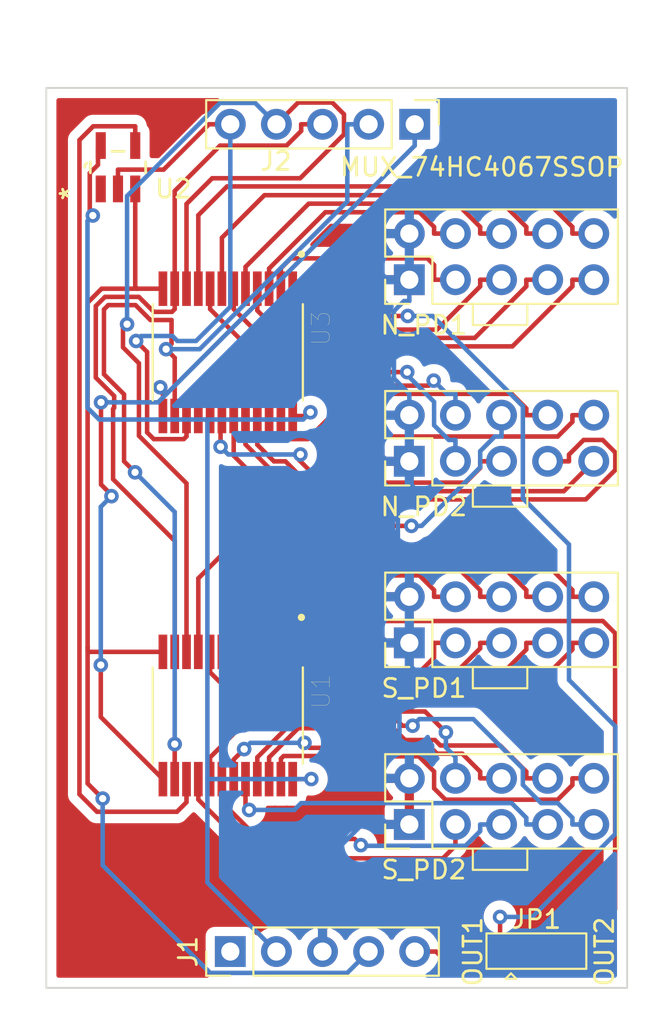
<source format=kicad_pcb>
(kicad_pcb (version 20171130) (host pcbnew "(5.1.6-0-10_14)")

  (general
    (thickness 1.6)
    (drawings 8)
    (tracks 457)
    (zones 0)
    (modules 10)
    (nets 45)
  )

  (page A4)
  (layers
    (0 F.Cu signal)
    (31 B.Cu signal)
    (32 B.Adhes user)
    (33 F.Adhes user)
    (34 B.Paste user)
    (35 F.Paste user)
    (36 B.SilkS user)
    (37 F.SilkS user)
    (38 B.Mask user)
    (39 F.Mask user)
    (40 Dwgs.User user)
    (41 Cmts.User user)
    (42 Eco1.User user)
    (43 Eco2.User user)
    (44 Edge.Cuts user)
    (45 Margin user)
    (46 B.CrtYd user)
    (47 F.CrtYd user)
    (48 B.Fab user)
    (49 F.Fab user hide)
  )

  (setup
    (last_trace_width 0.25)
    (trace_clearance 0.2)
    (zone_clearance 0.508)
    (zone_45_only no)
    (trace_min 0.2)
    (via_size 0.8)
    (via_drill 0.4)
    (via_min_size 0.4)
    (via_min_drill 0.3)
    (uvia_size 0.3)
    (uvia_drill 0.1)
    (uvias_allowed no)
    (uvia_min_size 0.2)
    (uvia_min_drill 0.1)
    (edge_width 0.1)
    (segment_width 0.2)
    (pcb_text_width 0.3)
    (pcb_text_size 1.5 1.5)
    (mod_edge_width 0.15)
    (mod_text_size 1 1)
    (mod_text_width 0.15)
    (pad_size 1.7 1.7)
    (pad_drill 1)
    (pad_to_mask_clearance 0)
    (aux_axis_origin 0 0)
    (visible_elements FFFFFF7F)
    (pcbplotparams
      (layerselection 0x010fc_ffffffff)
      (usegerberextensions true)
      (usegerberattributes true)
      (usegerberadvancedattributes true)
      (creategerberjobfile true)
      (excludeedgelayer true)
      (linewidth 0.100000)
      (plotframeref false)
      (viasonmask false)
      (mode 1)
      (useauxorigin false)
      (hpglpennumber 1)
      (hpglpenspeed 20)
      (hpglpendiameter 15.000000)
      (psnegative false)
      (psa4output false)
      (plotreference true)
      (plotvalue true)
      (plotinvisibletext false)
      (padsonsilk false)
      (subtractmaskfromsilk false)
      (outputformat 1)
      (mirror false)
      (drillshape 0)
      (scaleselection 1)
      (outputdirectory ""))
  )

  (net 0 "")
  (net 1 PD_MUX_OUT)
  (net 2 ADDRESSA3)
  (net 3 ADDRESSA2)
  (net 4 ADDRESSA1)
  (net 5 ADDRESSA0)
  (net 6 MUX_SELECT)
  (net 7 /PD_MUX_OUT1)
  (net 8 /PD_MUX_OUT2)
  (net 9 N_PD1_OUT1)
  (net 10 N_PD1_OUT2)
  (net 11 N_PD1_OUT3)
  (net 12 N_PD1_OUT4)
  (net 13 N_PD1_OUT5)
  (net 14 N_PD1_OUT6)
  (net 15 N_PD1_OUT7)
  (net 16 N_PD1_OUT8)
  (net 17 N_PD1_OUT16)
  (net 18 N_PD1_OUT15)
  (net 19 N_PD1_OUT14)
  (net 20 N_PD1_OUT13)
  (net 21 N_PD1_OUT12)
  (net 22 N_PD1_OUT10)
  (net 23 N_PD1_OUT11)
  (net 24 N_PD1_OUT9)
  (net 25 S_PD1_OUT8)
  (net 26 S_PD1_OUT7)
  (net 27 S_PD1_OUT6)
  (net 28 S_PD1_OUT5)
  (net 29 S_PD1_OUT4)
  (net 30 S_PD1_OUT3)
  (net 31 S_PD1_OUT2)
  (net 32 S_PD1_OUT1)
  (net 33 S_PD1_OUT9)
  (net 34 S_PD1_OUT11)
  (net 35 S_PD1_OUT10)
  (net 36 S_PD1_OUT12)
  (net 37 S_PD1_OUT13)
  (net 38 S_PD1_OUT14)
  (net 39 S_PD1_OUT15)
  (net 40 S_PD1_OUT16)
  (net 41 /MUX_SELECT_INV)
  (net 42 -1V)
  (net 43 PHOTO_GND)
  (net 44 LOGIC_3V3)

  (net_class Default "This is the default net class."
    (clearance 0.2)
    (trace_width 0.25)
    (via_dia 0.8)
    (via_drill 0.4)
    (uvia_dia 0.3)
    (uvia_drill 0.1)
    (add_net -1V)
    (add_net /MUX_SELECT_INV)
    (add_net /PD_MUX_OUT1)
    (add_net /PD_MUX_OUT2)
    (add_net ADDRESSA0)
    (add_net ADDRESSA1)
    (add_net ADDRESSA2)
    (add_net ADDRESSA3)
    (add_net LOGIC_3V3)
    (add_net MUX_SELECT)
    (add_net N_PD1_OUT1)
    (add_net N_PD1_OUT10)
    (add_net N_PD1_OUT11)
    (add_net N_PD1_OUT12)
    (add_net N_PD1_OUT13)
    (add_net N_PD1_OUT14)
    (add_net N_PD1_OUT15)
    (add_net N_PD1_OUT16)
    (add_net N_PD1_OUT2)
    (add_net N_PD1_OUT3)
    (add_net N_PD1_OUT4)
    (add_net N_PD1_OUT5)
    (add_net N_PD1_OUT6)
    (add_net N_PD1_OUT7)
    (add_net N_PD1_OUT8)
    (add_net N_PD1_OUT9)
    (add_net PD_MUX_OUT)
    (add_net PHOTO_GND)
    (add_net S_PD1_OUT1)
    (add_net S_PD1_OUT10)
    (add_net S_PD1_OUT11)
    (add_net S_PD1_OUT12)
    (add_net S_PD1_OUT13)
    (add_net S_PD1_OUT14)
    (add_net S_PD1_OUT15)
    (add_net S_PD1_OUT16)
    (add_net S_PD1_OUT2)
    (add_net S_PD1_OUT3)
    (add_net S_PD1_OUT4)
    (add_net S_PD1_OUT5)
    (add_net S_PD1_OUT6)
    (add_net S_PD1_OUT7)
    (add_net S_PD1_OUT8)
    (add_net S_PD1_OUT9)
  )

  (module Pin_Headers:Pin_Header_Straight_1x05_Pitch2.54mm (layer F.Cu) (tedit 59650532) (tstamp 5F59BEF2)
    (at 103.298 64.44 270)
    (descr "Through hole straight pin header, 1x05, 2.54mm pitch, single row")
    (tags "Through hole pin header THT 1x05 2.54mm single row")
    (path /5F591C37)
    (fp_text reference J2 (at 2.035 7.648 180) (layer F.SilkS)
      (effects (font (size 1 1) (thickness 0.15)))
    )
    (fp_text value Conn_01x05_Male (at 0 12.49 90) (layer F.Fab)
      (effects (font (size 1 1) (thickness 0.15)))
    )
    (fp_line (start -0.635 -1.27) (end 1.27 -1.27) (layer F.Fab) (width 0.1))
    (fp_line (start 1.27 -1.27) (end 1.27 11.43) (layer F.Fab) (width 0.1))
    (fp_line (start 1.27 11.43) (end -1.27 11.43) (layer F.Fab) (width 0.1))
    (fp_line (start -1.27 11.43) (end -1.27 -0.635) (layer F.Fab) (width 0.1))
    (fp_line (start -1.27 -0.635) (end -0.635 -1.27) (layer F.Fab) (width 0.1))
    (fp_line (start -1.33 11.49) (end 1.33 11.49) (layer F.SilkS) (width 0.12))
    (fp_line (start -1.33 1.27) (end -1.33 11.49) (layer F.SilkS) (width 0.12))
    (fp_line (start 1.33 1.27) (end 1.33 11.49) (layer F.SilkS) (width 0.12))
    (fp_line (start -1.33 1.27) (end 1.33 1.27) (layer F.SilkS) (width 0.12))
    (fp_line (start -1.33 0) (end -1.33 -1.33) (layer F.SilkS) (width 0.12))
    (fp_line (start -1.33 -1.33) (end 0 -1.33) (layer F.SilkS) (width 0.12))
    (fp_line (start -1.8 -1.8) (end -1.8 11.95) (layer F.CrtYd) (width 0.05))
    (fp_line (start -1.8 11.95) (end 1.8 11.95) (layer F.CrtYd) (width 0.05))
    (fp_line (start 1.8 11.95) (end 1.8 -1.8) (layer F.CrtYd) (width 0.05))
    (fp_line (start 1.8 -1.8) (end -1.8 -1.8) (layer F.CrtYd) (width 0.05))
    (fp_text user %R (at 0 5.08) (layer F.Fab)
      (effects (font (size 1 1) (thickness 0.15)))
    )
    (pad 1 thru_hole rect (at 0 0 270) (size 1.7 1.7) (drill 1) (layers *.Cu *.Mask)
      (net 2 ADDRESSA3))
    (pad 2 thru_hole oval (at 0 2.54 270) (size 1.7 1.7) (drill 1) (layers *.Cu *.Mask)
      (net 3 ADDRESSA2))
    (pad 3 thru_hole oval (at 0 5.08 270) (size 1.7 1.7) (drill 1) (layers *.Cu *.Mask)
      (net 4 ADDRESSA1))
    (pad 4 thru_hole oval (at 0 7.62 270) (size 1.7 1.7) (drill 1) (layers *.Cu *.Mask)
      (net 5 ADDRESSA0))
    (pad 5 thru_hole oval (at 0 10.16 270) (size 1.7 1.7) (drill 1) (layers *.Cu *.Mask)
      (net 6 MUX_SELECT))
    (model ${KISYS3DMOD}/Pin_Headers.3dshapes/Pin_Header_Straight_1x05_Pitch2.54mm.wrl
      (at (xyz 0 0 0))
      (scale (xyz 1 1 1))
      (rotate (xyz 0 0 0))
    )
  )

  (module Jumper:SolderJumper-3_P2.0mm_Open_TrianglePad1.0x1.5mm (layer F.Cu) (tedit 5A64803D) (tstamp 5F59BF06)
    (at 110 110)
    (descr "SMD Solder Jumper, 1x1.5mm Triangular Pads, 0.3mm gap, open")
    (tags "solder jumper open")
    (path /5F84900F)
    (attr virtual)
    (fp_text reference JP1 (at 0 -1.775) (layer F.SilkS)
      (effects (font (size 1 1) (thickness 0.15)))
    )
    (fp_text value Jumper_3_Open (at 0.725 1.925) (layer F.Fab)
      (effects (font (size 1 1) (thickness 0.15)))
    )
    (fp_line (start -1.1 1.5) (end -1.4 1.2) (layer F.SilkS) (width 0.12))
    (fp_line (start -1.7 1.5) (end -1.1 1.5) (layer F.SilkS) (width 0.12))
    (fp_line (start -1.4 1.2) (end -1.7 1.5) (layer F.SilkS) (width 0.12))
    (fp_line (start -2.75 0.95) (end -2.75 -1) (layer F.SilkS) (width 0.12))
    (fp_line (start 2.75 0.95) (end -2.75 0.95) (layer F.SilkS) (width 0.12))
    (fp_line (start 2.75 -1) (end 2.75 0.95) (layer F.SilkS) (width 0.12))
    (fp_line (start -2.75 -1) (end 2.75 -1) (layer F.SilkS) (width 0.12))
    (fp_line (start -2.98 -1.27) (end 3 -1.27) (layer F.CrtYd) (width 0.05))
    (fp_line (start -2.98 -1.27) (end -2.98 1.25) (layer F.CrtYd) (width 0.05))
    (fp_line (start 3 1.25) (end 3 -1.27) (layer F.CrtYd) (width 0.05))
    (fp_line (start 3 1.25) (end -2.98 1.25) (layer F.CrtYd) (width 0.05))
    (pad "" smd rect (at 1.2 0) (size 1.5 1.5) (layers F.Mask))
    (pad "" smd rect (at -1.2 0) (size 1.5 1.5) (layers F.Mask))
    (pad 1 smd custom (at -2 0) (size 0.3 0.3) (layers F.Cu F.Mask)
      (net 7 /PD_MUX_OUT1) (zone_connect 2)
      (options (clearance outline) (anchor rect))
      (primitives
        (gr_poly (pts
           (xy -0.5 -0.75) (xy 0.5 -0.75) (xy 1 0) (xy 0.5 0.75) (xy -0.5 0.75)
) (width 0))
      ))
    (pad 2 smd custom (at 0 0) (size 0.3 0.3) (layers F.Cu)
      (net 1 PD_MUX_OUT) (zone_connect 2)
      (options (clearance outline) (anchor rect))
      (primitives
        (gr_poly (pts
           (xy -1.2 -0.75) (xy 1.2 -0.75) (xy 0.7 0) (xy 1.2 0.75) (xy -1.2 0.75)
           (xy -0.7 0)) (width 0))
      ))
    (pad 3 smd custom (at 2 0 180) (size 0.3 0.3) (layers F.Cu F.Mask)
      (net 8 /PD_MUX_OUT2) (zone_connect 2)
      (options (clearance outline) (anchor rect))
      (primitives
        (gr_poly (pts
           (xy -0.5 -0.75) (xy 0.5 -0.75) (xy 1 0) (xy 0.5 0.75) (xy -0.5 0.75)
) (width 0))
      ))
  )

  (module Ninja-qPCR:Con_2x05 (layer F.Cu) (tedit 5F583882) (tstamp 5F59BF29)
    (at 103 73 90)
    (descr "Through hole straight pin header, 2x05, 2.54mm pitch, double rows")
    (tags "Through hole pin header THT 2x05 2.54mm double row")
    (path /5F45F341)
    (fp_text reference N_PD1 (at -2.5 0.8 180) (layer F.SilkS)
      (effects (font (size 1 1) (thickness 0.15)))
    )
    (fp_text value Conn_02x05 (at 1.27 12.49 90) (layer F.Fab)
      (effects (font (size 1 1) (thickness 0.15)))
    )
    (fp_line (start 4.35 -1.8) (end -1.8 -1.8) (layer F.CrtYd) (width 0.05))
    (fp_line (start 4.35 11.95) (end 4.35 -1.8) (layer F.CrtYd) (width 0.05))
    (fp_line (start -1.8 11.95) (end 4.35 11.95) (layer F.CrtYd) (width 0.05))
    (fp_line (start -1.8 -1.8) (end -1.8 11.95) (layer F.CrtYd) (width 0.05))
    (fp_line (start -1.33 -1.33) (end 0 -1.33) (layer F.SilkS) (width 0.12))
    (fp_line (start -1.33 0) (end -1.33 -1.33) (layer F.SilkS) (width 0.12))
    (fp_line (start 1.27 -1.33) (end 3.87 -1.33) (layer F.SilkS) (width 0.12))
    (fp_line (start 1.27 1.27) (end 1.27 -1.33) (layer F.SilkS) (width 0.12))
    (fp_line (start -1.33 1.27) (end 1.27 1.27) (layer F.SilkS) (width 0.12))
    (fp_line (start 3.87 -1.33) (end 3.87 11.49) (layer F.SilkS) (width 0.12))
    (fp_line (start -1.33 1.27) (end -1.33 11.49) (layer F.SilkS) (width 0.12))
    (fp_line (start -1.33 11.49) (end 3.87 11.49) (layer F.SilkS) (width 0.12))
    (fp_line (start -1.27 0) (end 0 -1.27) (layer F.Fab) (width 0.1))
    (fp_line (start -1.27 11.43) (end -1.27 0) (layer F.Fab) (width 0.1))
    (fp_line (start 3.81 11.43) (end -1.27 11.43) (layer F.Fab) (width 0.1))
    (fp_line (start 3.81 -1.27) (end 3.81 11.43) (layer F.Fab) (width 0.1))
    (fp_line (start 0 -1.27) (end 3.81 -1.27) (layer F.Fab) (width 0.1))
    (fp_line (start -1.33 3.5) (end -2.5 3.5) (layer F.SilkS) (width 0.12))
    (fp_line (start -2.5 3.5) (end -2.5 6.5) (layer F.SilkS) (width 0.12))
    (fp_line (start -2.5 6.5) (end -1.33 6.5) (layer F.SilkS) (width 0.12))
    (fp_text user %R (at 1.27 5.08) (layer F.Fab)
      (effects (font (size 1 1) (thickness 0.15)))
    )
    (pad 10 thru_hole oval (at 2.54 10.16 90) (size 1.7 1.7) (drill 1) (layers *.Cu *.Mask)
      (net 9 N_PD1_OUT1))
    (pad 9 thru_hole oval (at 0 10.16 90) (size 1.7 1.7) (drill 1) (layers *.Cu *.Mask)
      (net 10 N_PD1_OUT2))
    (pad 8 thru_hole oval (at 2.54 7.62 90) (size 1.7 1.7) (drill 1) (layers *.Cu *.Mask)
      (net 11 N_PD1_OUT3))
    (pad 7 thru_hole oval (at 0 7.62 90) (size 1.7 1.7) (drill 1) (layers *.Cu *.Mask)
      (net 12 N_PD1_OUT4))
    (pad 6 thru_hole oval (at 2.54 5.08 90) (size 1.7 1.7) (drill 1) (layers *.Cu *.Mask)
      (net 13 N_PD1_OUT5))
    (pad 5 thru_hole oval (at 0 5.08 90) (size 1.7 1.7) (drill 1) (layers *.Cu *.Mask)
      (net 14 N_PD1_OUT6))
    (pad 4 thru_hole oval (at 2.54 2.54 90) (size 1.7 1.7) (drill 1) (layers *.Cu *.Mask)
      (net 15 N_PD1_OUT7))
    (pad 3 thru_hole oval (at 0 2.54 90) (size 1.7 1.7) (drill 1) (layers *.Cu *.Mask)
      (net 16 N_PD1_OUT8))
    (pad 2 thru_hole oval (at 2.54 0 90) (size 1.7 1.7) (drill 1) (layers *.Cu *.Mask)
      (net 43 PHOTO_GND))
    (pad 1 thru_hole rect (at 0 0 90) (size 1.7 1.7) (drill 1) (layers *.Cu *.Mask)
      (net 43 PHOTO_GND))
    (model ${KISYS3DMOD}/Pin_Headers.3dshapes/Pin_Header_Straight_2x05_Pitch2.54mm.wrl
      (at (xyz 0 0 0))
      (scale (xyz 1 1 1))
      (rotate (xyz 0 0 0))
    )
  )

  (module Ninja-qPCR:Con_2x05 (layer F.Cu) (tedit 5F583882) (tstamp 5F59BF4C)
    (at 103 83 90)
    (descr "Through hole straight pin header, 2x05, 2.54mm pitch, double rows")
    (tags "Through hole pin header THT 2x05 2.54mm double row")
    (path /5F46510A)
    (fp_text reference N_PD2 (at -2.5 0.8 180) (layer F.SilkS)
      (effects (font (size 1 1) (thickness 0.15)))
    )
    (fp_text value Conn_02x05 (at 1.27 12.49 90) (layer F.Fab)
      (effects (font (size 1 1) (thickness 0.15)))
    )
    (fp_line (start -2.5 6.5) (end -1.33 6.5) (layer F.SilkS) (width 0.12))
    (fp_line (start -2.5 3.5) (end -2.5 6.5) (layer F.SilkS) (width 0.12))
    (fp_line (start -1.33 3.5) (end -2.5 3.5) (layer F.SilkS) (width 0.12))
    (fp_line (start 0 -1.27) (end 3.81 -1.27) (layer F.Fab) (width 0.1))
    (fp_line (start 3.81 -1.27) (end 3.81 11.43) (layer F.Fab) (width 0.1))
    (fp_line (start 3.81 11.43) (end -1.27 11.43) (layer F.Fab) (width 0.1))
    (fp_line (start -1.27 11.43) (end -1.27 0) (layer F.Fab) (width 0.1))
    (fp_line (start -1.27 0) (end 0 -1.27) (layer F.Fab) (width 0.1))
    (fp_line (start -1.33 11.49) (end 3.87 11.49) (layer F.SilkS) (width 0.12))
    (fp_line (start -1.33 1.27) (end -1.33 11.49) (layer F.SilkS) (width 0.12))
    (fp_line (start 3.87 -1.33) (end 3.87 11.49) (layer F.SilkS) (width 0.12))
    (fp_line (start -1.33 1.27) (end 1.27 1.27) (layer F.SilkS) (width 0.12))
    (fp_line (start 1.27 1.27) (end 1.27 -1.33) (layer F.SilkS) (width 0.12))
    (fp_line (start 1.27 -1.33) (end 3.87 -1.33) (layer F.SilkS) (width 0.12))
    (fp_line (start -1.33 0) (end -1.33 -1.33) (layer F.SilkS) (width 0.12))
    (fp_line (start -1.33 -1.33) (end 0 -1.33) (layer F.SilkS) (width 0.12))
    (fp_line (start -1.8 -1.8) (end -1.8 11.95) (layer F.CrtYd) (width 0.05))
    (fp_line (start -1.8 11.95) (end 4.35 11.95) (layer F.CrtYd) (width 0.05))
    (fp_line (start 4.35 11.95) (end 4.35 -1.8) (layer F.CrtYd) (width 0.05))
    (fp_line (start 4.35 -1.8) (end -1.8 -1.8) (layer F.CrtYd) (width 0.05))
    (fp_text user %R (at 1.27 5.08) (layer F.Fab)
      (effects (font (size 1 1) (thickness 0.15)))
    )
    (pad 1 thru_hole rect (at 0 0 90) (size 1.7 1.7) (drill 1) (layers *.Cu *.Mask)
      (net 43 PHOTO_GND))
    (pad 2 thru_hole oval (at 2.54 0 90) (size 1.7 1.7) (drill 1) (layers *.Cu *.Mask)
      (net 43 PHOTO_GND))
    (pad 3 thru_hole oval (at 0 2.54 90) (size 1.7 1.7) (drill 1) (layers *.Cu *.Mask)
      (net 17 N_PD1_OUT16))
    (pad 4 thru_hole oval (at 2.54 2.54 90) (size 1.7 1.7) (drill 1) (layers *.Cu *.Mask)
      (net 18 N_PD1_OUT15))
    (pad 5 thru_hole oval (at 0 5.08 90) (size 1.7 1.7) (drill 1) (layers *.Cu *.Mask)
      (net 19 N_PD1_OUT14))
    (pad 6 thru_hole oval (at 2.54 5.08 90) (size 1.7 1.7) (drill 1) (layers *.Cu *.Mask)
      (net 20 N_PD1_OUT13))
    (pad 7 thru_hole oval (at 0 7.62 90) (size 1.7 1.7) (drill 1) (layers *.Cu *.Mask)
      (net 21 N_PD1_OUT12))
    (pad 8 thru_hole oval (at 2.54 7.62 90) (size 1.7 1.7) (drill 1) (layers *.Cu *.Mask)
      (net 22 N_PD1_OUT10))
    (pad 9 thru_hole oval (at 0 10.16 90) (size 1.7 1.7) (drill 1) (layers *.Cu *.Mask)
      (net 23 N_PD1_OUT11))
    (pad 10 thru_hole oval (at 2.54 10.16 90) (size 1.7 1.7) (drill 1) (layers *.Cu *.Mask)
      (net 24 N_PD1_OUT9))
    (model ${KISYS3DMOD}/Pin_Headers.3dshapes/Pin_Header_Straight_2x05_Pitch2.54mm.wrl
      (at (xyz 0 0 0))
      (scale (xyz 1 1 1))
      (rotate (xyz 0 0 0))
    )
  )

  (module Ninja-qPCR:Con_2x05 (layer F.Cu) (tedit 5F583882) (tstamp 5F59BF6F)
    (at 103 93 90)
    (descr "Through hole straight pin header, 2x05, 2.54mm pitch, double rows")
    (tags "Through hole pin header THT 2x05 2.54mm double row")
    (path /5F4685F1)
    (fp_text reference S_PD1 (at -2.5 0.8 180) (layer F.SilkS)
      (effects (font (size 1 1) (thickness 0.15)))
    )
    (fp_text value Conn_02x05 (at 1.27 12.49 90) (layer F.Fab)
      (effects (font (size 1 1) (thickness 0.15)))
    )
    (fp_line (start -2.5 6.5) (end -1.33 6.5) (layer F.SilkS) (width 0.12))
    (fp_line (start -2.5 3.5) (end -2.5 6.5) (layer F.SilkS) (width 0.12))
    (fp_line (start -1.33 3.5) (end -2.5 3.5) (layer F.SilkS) (width 0.12))
    (fp_line (start 0 -1.27) (end 3.81 -1.27) (layer F.Fab) (width 0.1))
    (fp_line (start 3.81 -1.27) (end 3.81 11.43) (layer F.Fab) (width 0.1))
    (fp_line (start 3.81 11.43) (end -1.27 11.43) (layer F.Fab) (width 0.1))
    (fp_line (start -1.27 11.43) (end -1.27 0) (layer F.Fab) (width 0.1))
    (fp_line (start -1.27 0) (end 0 -1.27) (layer F.Fab) (width 0.1))
    (fp_line (start -1.33 11.49) (end 3.87 11.49) (layer F.SilkS) (width 0.12))
    (fp_line (start -1.33 1.27) (end -1.33 11.49) (layer F.SilkS) (width 0.12))
    (fp_line (start 3.87 -1.33) (end 3.87 11.49) (layer F.SilkS) (width 0.12))
    (fp_line (start -1.33 1.27) (end 1.27 1.27) (layer F.SilkS) (width 0.12))
    (fp_line (start 1.27 1.27) (end 1.27 -1.33) (layer F.SilkS) (width 0.12))
    (fp_line (start 1.27 -1.33) (end 3.87 -1.33) (layer F.SilkS) (width 0.12))
    (fp_line (start -1.33 0) (end -1.33 -1.33) (layer F.SilkS) (width 0.12))
    (fp_line (start -1.33 -1.33) (end 0 -1.33) (layer F.SilkS) (width 0.12))
    (fp_line (start -1.8 -1.8) (end -1.8 11.95) (layer F.CrtYd) (width 0.05))
    (fp_line (start -1.8 11.95) (end 4.35 11.95) (layer F.CrtYd) (width 0.05))
    (fp_line (start 4.35 11.95) (end 4.35 -1.8) (layer F.CrtYd) (width 0.05))
    (fp_line (start 4.35 -1.8) (end -1.8 -1.8) (layer F.CrtYd) (width 0.05))
    (fp_text user %R (at 1.27 5.08) (layer F.Fab)
      (effects (font (size 1 1) (thickness 0.15)))
    )
    (pad 1 thru_hole rect (at 0 0 90) (size 1.7 1.7) (drill 1) (layers *.Cu *.Mask)
      (net 43 PHOTO_GND))
    (pad 2 thru_hole oval (at 2.54 0 90) (size 1.7 1.7) (drill 1) (layers *.Cu *.Mask)
      (net 43 PHOTO_GND))
    (pad 3 thru_hole oval (at 0 2.54 90) (size 1.7 1.7) (drill 1) (layers *.Cu *.Mask)
      (net 25 S_PD1_OUT8))
    (pad 4 thru_hole oval (at 2.54 2.54 90) (size 1.7 1.7) (drill 1) (layers *.Cu *.Mask)
      (net 26 S_PD1_OUT7))
    (pad 5 thru_hole oval (at 0 5.08 90) (size 1.7 1.7) (drill 1) (layers *.Cu *.Mask)
      (net 27 S_PD1_OUT6))
    (pad 6 thru_hole oval (at 2.54 5.08 90) (size 1.7 1.7) (drill 1) (layers *.Cu *.Mask)
      (net 28 S_PD1_OUT5))
    (pad 7 thru_hole oval (at 0 7.62 90) (size 1.7 1.7) (drill 1) (layers *.Cu *.Mask)
      (net 29 S_PD1_OUT4))
    (pad 8 thru_hole oval (at 2.54 7.62 90) (size 1.7 1.7) (drill 1) (layers *.Cu *.Mask)
      (net 30 S_PD1_OUT3))
    (pad 9 thru_hole oval (at 0 10.16 90) (size 1.7 1.7) (drill 1) (layers *.Cu *.Mask)
      (net 31 S_PD1_OUT2))
    (pad 10 thru_hole oval (at 2.54 10.16 90) (size 1.7 1.7) (drill 1) (layers *.Cu *.Mask)
      (net 32 S_PD1_OUT1))
    (model ${KISYS3DMOD}/Pin_Headers.3dshapes/Pin_Header_Straight_2x05_Pitch2.54mm.wrl
      (at (xyz 0 0 0))
      (scale (xyz 1 1 1))
      (rotate (xyz 0 0 0))
    )
  )

  (module Ninja-qPCR:Con_2x05 (layer F.Cu) (tedit 5F583882) (tstamp 5F59BF92)
    (at 103 103 90)
    (descr "Through hole straight pin header, 2x05, 2.54mm pitch, double rows")
    (tags "Through hole pin header THT 2x05 2.54mm double row")
    (path /5F46860B)
    (fp_text reference S_PD2 (at -2.5 0.8 180) (layer F.SilkS)
      (effects (font (size 1 1) (thickness 0.15)))
    )
    (fp_text value Conn_02x05 (at 1.27 12.49 90) (layer F.Fab)
      (effects (font (size 1 1) (thickness 0.15)))
    )
    (fp_line (start 4.35 -1.8) (end -1.8 -1.8) (layer F.CrtYd) (width 0.05))
    (fp_line (start 4.35 11.95) (end 4.35 -1.8) (layer F.CrtYd) (width 0.05))
    (fp_line (start -1.8 11.95) (end 4.35 11.95) (layer F.CrtYd) (width 0.05))
    (fp_line (start -1.8 -1.8) (end -1.8 11.95) (layer F.CrtYd) (width 0.05))
    (fp_line (start -1.33 -1.33) (end 0 -1.33) (layer F.SilkS) (width 0.12))
    (fp_line (start -1.33 0) (end -1.33 -1.33) (layer F.SilkS) (width 0.12))
    (fp_line (start 1.27 -1.33) (end 3.87 -1.33) (layer F.SilkS) (width 0.12))
    (fp_line (start 1.27 1.27) (end 1.27 -1.33) (layer F.SilkS) (width 0.12))
    (fp_line (start -1.33 1.27) (end 1.27 1.27) (layer F.SilkS) (width 0.12))
    (fp_line (start 3.87 -1.33) (end 3.87 11.49) (layer F.SilkS) (width 0.12))
    (fp_line (start -1.33 1.27) (end -1.33 11.49) (layer F.SilkS) (width 0.12))
    (fp_line (start -1.33 11.49) (end 3.87 11.49) (layer F.SilkS) (width 0.12))
    (fp_line (start -1.27 0) (end 0 -1.27) (layer F.Fab) (width 0.1))
    (fp_line (start -1.27 11.43) (end -1.27 0) (layer F.Fab) (width 0.1))
    (fp_line (start 3.81 11.43) (end -1.27 11.43) (layer F.Fab) (width 0.1))
    (fp_line (start 3.81 -1.27) (end 3.81 11.43) (layer F.Fab) (width 0.1))
    (fp_line (start 0 -1.27) (end 3.81 -1.27) (layer F.Fab) (width 0.1))
    (fp_line (start -1.33 3.5) (end -2.5 3.5) (layer F.SilkS) (width 0.12))
    (fp_line (start -2.5 3.5) (end -2.5 6.5) (layer F.SilkS) (width 0.12))
    (fp_line (start -2.5 6.5) (end -1.33 6.5) (layer F.SilkS) (width 0.12))
    (fp_text user %R (at 1.27 5.08) (layer F.Fab)
      (effects (font (size 1 1) (thickness 0.15)))
    )
    (pad 10 thru_hole oval (at 2.54 10.16 90) (size 1.7 1.7) (drill 1) (layers *.Cu *.Mask)
      (net 33 S_PD1_OUT9))
    (pad 9 thru_hole oval (at 0 10.16 90) (size 1.7 1.7) (drill 1) (layers *.Cu *.Mask)
      (net 34 S_PD1_OUT11))
    (pad 8 thru_hole oval (at 2.54 7.62 90) (size 1.7 1.7) (drill 1) (layers *.Cu *.Mask)
      (net 35 S_PD1_OUT10))
    (pad 7 thru_hole oval (at 0 7.62 90) (size 1.7 1.7) (drill 1) (layers *.Cu *.Mask)
      (net 36 S_PD1_OUT12))
    (pad 6 thru_hole oval (at 2.54 5.08 90) (size 1.7 1.7) (drill 1) (layers *.Cu *.Mask)
      (net 37 S_PD1_OUT13))
    (pad 5 thru_hole oval (at 0 5.08 90) (size 1.7 1.7) (drill 1) (layers *.Cu *.Mask)
      (net 38 S_PD1_OUT14))
    (pad 4 thru_hole oval (at 2.54 2.54 90) (size 1.7 1.7) (drill 1) (layers *.Cu *.Mask)
      (net 39 S_PD1_OUT15))
    (pad 3 thru_hole oval (at 0 2.54 90) (size 1.7 1.7) (drill 1) (layers *.Cu *.Mask)
      (net 40 S_PD1_OUT16))
    (pad 2 thru_hole oval (at 2.54 0 90) (size 1.7 1.7) (drill 1) (layers *.Cu *.Mask)
      (net 43 PHOTO_GND))
    (pad 1 thru_hole rect (at 0 0 90) (size 1.7 1.7) (drill 1) (layers *.Cu *.Mask)
      (net 43 PHOTO_GND))
    (model ${KISYS3DMOD}/Pin_Headers.3dshapes/Pin_Header_Straight_2x05_Pitch2.54mm.wrl
      (at (xyz 0 0 0))
      (scale (xyz 1 1 1))
      (rotate (xyz 0 0 0))
    )
  )

  (module Ninja-qPCR:SN74LVC1G04DBVR (layer F.Cu) (tedit 0) (tstamp 5F59C065)
    (at 86.95 66.8062 90)
    (path /5F8EA2D3)
    (fp_text reference U2 (at -1.1938 3.05 180) (layer F.SilkS)
      (effects (font (size 1 1) (thickness 0.15)))
    )
    (fp_text value SN74LVC1G04DBVR (at 0 0 90) (layer F.SilkS) hide
      (effects (font (size 1 1) (thickness 0.15)))
    )
    (fp_line (start -0.302516 1.524) (end 0.302516 1.524) (layer F.SilkS) (width 0.1524))
    (fp_line (start 0.8763 0.337861) (end 0.8763 -0.337861) (layer F.SilkS) (width 0.1524))
    (fp_line (start 0.302516 -1.524) (end -0.302516 -1.524) (layer F.SilkS) (width 0.1524))
    (fp_line (start -0.8763 1.524) (end 0.8763 1.524) (layer F.Fab) (width 0.1524))
    (fp_line (start 0.8763 1.524) (end 0.8763 -1.524) (layer F.Fab) (width 0.1524))
    (fp_line (start 0.8763 -1.524) (end -0.8763 -1.524) (layer F.Fab) (width 0.1524))
    (fp_line (start -0.8763 -1.524) (end -0.8763 1.524) (layer F.Fab) (width 0.1524))
    (fp_line (start -0.8763 -0.696) (end -0.8763 -1.204) (layer F.Fab) (width 0.1524))
    (fp_line (start -0.8763 -1.204) (end -1.4986 -1.204) (layer F.Fab) (width 0.1524))
    (fp_line (start -1.4986 -1.204) (end -1.4986 -0.696) (layer F.Fab) (width 0.1524))
    (fp_line (start -1.4986 -0.696) (end -0.8763 -0.696) (layer F.Fab) (width 0.1524))
    (fp_line (start -0.8763 0.254) (end -0.8763 -0.254) (layer F.Fab) (width 0.1524))
    (fp_line (start -0.8763 -0.254) (end -1.4986 -0.254) (layer F.Fab) (width 0.1524))
    (fp_line (start -1.4986 -0.254) (end -1.4986 0.254) (layer F.Fab) (width 0.1524))
    (fp_line (start -1.4986 0.254) (end -0.8763 0.254) (layer F.Fab) (width 0.1524))
    (fp_line (start -0.8763 1.204) (end -0.8763 0.696) (layer F.Fab) (width 0.1524))
    (fp_line (start -0.8763 0.696) (end -1.4986 0.696) (layer F.Fab) (width 0.1524))
    (fp_line (start -1.4986 0.696) (end -1.4986 1.204) (layer F.Fab) (width 0.1524))
    (fp_line (start -1.4986 1.204) (end -0.8763 1.204) (layer F.Fab) (width 0.1524))
    (fp_line (start 0.8763 0.696) (end 0.8763 1.204) (layer F.Fab) (width 0.1524))
    (fp_line (start 0.8763 1.204) (end 1.4986 1.204) (layer F.Fab) (width 0.1524))
    (fp_line (start 1.4986 1.204) (end 1.4986 0.696) (layer F.Fab) (width 0.1524))
    (fp_line (start 1.4986 0.696) (end 0.8763 0.696) (layer F.Fab) (width 0.1524))
    (fp_line (start 0.8763 -1.204) (end 0.8763 -0.696) (layer F.Fab) (width 0.1524))
    (fp_line (start 0.8763 -0.696) (end 1.4986 -0.696) (layer F.Fab) (width 0.1524))
    (fp_line (start 1.4986 -0.696) (end 1.4986 -1.204) (layer F.Fab) (width 0.1524))
    (fp_line (start 1.4986 -1.204) (end 0.8763 -1.204) (layer F.Fab) (width 0.1524))
    (fp_line (start -2.1844 1.778) (end -2.1844 -1.778) (layer F.CrtYd) (width 0.1524))
    (fp_line (start -2.1844 -1.778) (end 2.1844 -1.778) (layer F.CrtYd) (width 0.1524))
    (fp_line (start 2.1844 -1.778) (end 2.1844 1.778) (layer F.CrtYd) (width 0.1524))
    (fp_line (start 2.1844 1.778) (end -2.1844 1.778) (layer F.CrtYd) (width 0.1524))
    (fp_arc (start 0 -1.524) (end 0.3048 -1.524) (angle 180) (layer F.Fab) (width 0.1524))
    (fp_arc (start 0 -1.524) (end 0 -1.8288) (angle 48.370041) (layer F.SilkS) (width 0.1524))
    (fp_text user * (at -1.4478 -2.6518 90) (layer F.SilkS)
      (effects (font (size 1 1) (thickness 0.15)))
    )
    (fp_text user * (at -1.4478 -2.6518 90) (layer F.Fab)
      (effects (font (size 1 1) (thickness 0.15)))
    )
    (fp_text user * (at -1.4478 -2.6518 90) (layer F.Fab)
      (effects (font (size 1 1) (thickness 0.15)))
    )
    (fp_text user * (at -1.4478 -2.6518 90) (layer F.SilkS)
      (effects (font (size 1 1) (thickness 0.15)))
    )
    (fp_text user "Copyright 2016 Accelerated Designs. All rights reserved." (at 0 0 90) (layer Cmts.User)
      (effects (font (size 0.127 0.127) (thickness 0.002)))
    )
    (pad 5 smd rect (at 1.1938 -0.950001 90) (size 1.4732 0.5588) (layers F.Cu F.Paste F.Mask)
      (net 44 LOGIC_3V3))
    (pad 4 smd rect (at 1.1938 0.950001 90) (size 1.4732 0.5588) (layers F.Cu F.Paste F.Mask)
      (net 41 /MUX_SELECT_INV))
    (pad 3 smd rect (at -1.1938 0.950001 90) (size 1.4732 0.5588) (layers F.Cu F.Paste F.Mask)
      (net 42 -1V))
    (pad 2 smd rect (at -1.1938 0 90) (size 1.4732 0.5588) (layers F.Cu F.Paste F.Mask)
      (net 6 MUX_SELECT))
    (pad 1 smd rect (at -1.1938 -0.950001 90) (size 1.4732 0.5588) (layers F.Cu F.Paste F.Mask))
  )

  (module Ninja-qPCR:SOP65P780X200-24N (layer F.Cu) (tedit 603CF824) (tstamp 603CFC81)
    (at 93 97 270)
    (path /5F5A16BB)
    (fp_text reference U1 (at -1.325 -5.135 90) (layer F.SilkS)
      (effects (font (size 1 1) (thickness 0.015)))
    )
    (fp_text value CD74HC4067M96 (at 6.295 5.135 90) (layer F.Fab)
      (effects (font (size 1 1) (thickness 0.015)))
    )
    (fp_line (start 4.705 -4.35) (end 4.705 4.35) (layer F.CrtYd) (width 0.05))
    (fp_line (start -4.705 -4.35) (end -4.705 4.35) (layer F.CrtYd) (width 0.05))
    (fp_line (start -4.705 4.35) (end 4.705 4.35) (layer F.CrtYd) (width 0.05))
    (fp_line (start -4.705 -4.35) (end 4.705 -4.35) (layer F.CrtYd) (width 0.05))
    (fp_line (start 2.65 -4.1) (end 2.65 4.1) (layer F.Fab) (width 0.127))
    (fp_line (start -2.65 -4.1) (end -2.65 4.1) (layer F.Fab) (width 0.127))
    (fp_line (start -2.65 4.135) (end 2.65 4.135) (layer F.SilkS) (width 0.127))
    (fp_line (start -2.65 -4.135) (end 2.65 -4.135) (layer F.SilkS) (width 0.127))
    (fp_line (start -2.65 4.1) (end 2.65 4.1) (layer F.Fab) (width 0.127))
    (fp_line (start -2.65 -4.1) (end 2.65 -4.1) (layer F.Fab) (width 0.127))
    (fp_circle (center -5.405 -4.055) (end -5.305 -4.055) (layer F.Fab) (width 0.2))
    (fp_circle (center -5.405 -4.055) (end -5.305 -4.055) (layer F.SilkS) (width 0.2))
    (pad 1 smd rect (at -3.505 -3.575 270) (size 1.9 0.48) (layers F.Cu F.Paste F.Mask)
      (net 8 /PD_MUX_OUT2))
    (pad 2 smd rect (at -3.505 -2.925 270) (size 1.9 0.48) (layers F.Cu F.Paste F.Mask)
      (net 25 S_PD1_OUT8))
    (pad 3 smd rect (at -3.505 -2.275 270) (size 1.9 0.48) (layers F.Cu F.Paste F.Mask)
      (net 26 S_PD1_OUT7))
    (pad 4 smd rect (at -3.505 -1.625 270) (size 1.9 0.48) (layers F.Cu F.Paste F.Mask)
      (net 27 S_PD1_OUT6))
    (pad 5 smd rect (at -3.505 -0.975 270) (size 1.9 0.48) (layers F.Cu F.Paste F.Mask)
      (net 28 S_PD1_OUT5))
    (pad 6 smd rect (at -3.505 -0.325 270) (size 1.9 0.48) (layers F.Cu F.Paste F.Mask)
      (net 29 S_PD1_OUT4))
    (pad 7 smd rect (at -3.505 0.325 270) (size 1.9 0.48) (layers F.Cu F.Paste F.Mask)
      (net 30 S_PD1_OUT3))
    (pad 8 smd rect (at -3.505 0.975 270) (size 1.9 0.48) (layers F.Cu F.Paste F.Mask)
      (net 31 S_PD1_OUT2))
    (pad 9 smd rect (at -3.505 1.625 270) (size 1.9 0.48) (layers F.Cu F.Paste F.Mask)
      (net 32 S_PD1_OUT1))
    (pad 10 smd rect (at -3.505 2.275 270) (size 1.9 0.48) (layers F.Cu F.Paste F.Mask)
      (net 5 ADDRESSA0))
    (pad 11 smd rect (at -3.505 2.925 270) (size 1.9 0.48) (layers F.Cu F.Paste F.Mask)
      (net 4 ADDRESSA1))
    (pad 12 smd rect (at -3.505 3.575 270) (size 1.9 0.48) (layers F.Cu F.Paste F.Mask)
      (net 42 -1V))
    (pad 13 smd rect (at 3.505 3.575 270) (size 1.9 0.48) (layers F.Cu F.Paste F.Mask)
      (net 2 ADDRESSA3))
    (pad 14 smd rect (at 3.505 2.925 270) (size 1.9 0.48) (layers F.Cu F.Paste F.Mask)
      (net 3 ADDRESSA2))
    (pad 15 smd rect (at 3.505 2.275 270) (size 1.9 0.48) (layers F.Cu F.Paste F.Mask)
      (net 41 /MUX_SELECT_INV))
    (pad 16 smd rect (at 3.505 1.625 270) (size 1.9 0.48) (layers F.Cu F.Paste F.Mask)
      (net 40 S_PD1_OUT16))
    (pad 17 smd rect (at 3.505 0.975 270) (size 1.9 0.48) (layers F.Cu F.Paste F.Mask)
      (net 39 S_PD1_OUT15))
    (pad 18 smd rect (at 3.505 0.325 270) (size 1.9 0.48) (layers F.Cu F.Paste F.Mask)
      (net 38 S_PD1_OUT14))
    (pad 19 smd rect (at 3.505 -0.325 270) (size 1.9 0.48) (layers F.Cu F.Paste F.Mask)
      (net 37 S_PD1_OUT13))
    (pad 20 smd rect (at 3.505 -0.975 270) (size 1.9 0.48) (layers F.Cu F.Paste F.Mask)
      (net 36 S_PD1_OUT12))
    (pad 21 smd rect (at 3.505 -1.625 270) (size 1.9 0.48) (layers F.Cu F.Paste F.Mask)
      (net 34 S_PD1_OUT11))
    (pad 22 smd rect (at 3.505 -2.275 270) (size 1.9 0.48) (layers F.Cu F.Paste F.Mask)
      (net 35 S_PD1_OUT10))
    (pad 23 smd rect (at 3.505 -2.925 270) (size 1.9 0.48) (layers F.Cu F.Paste F.Mask)
      (net 33 S_PD1_OUT9))
    (pad 24 smd rect (at 3.505 -3.575 270) (size 1.9 0.48) (layers F.Cu F.Paste F.Mask)
      (net 44 LOGIC_3V3))
  )

  (module Ninja-qPCR:SOP65P780X200-24N (layer F.Cu) (tedit 603CF824) (tstamp 603CFCA8)
    (at 93 77 270)
    (path /5F54AB7A)
    (fp_text reference U3 (at -1.325 -5.135 90) (layer F.SilkS)
      (effects (font (size 1 1) (thickness 0.015)))
    )
    (fp_text value CD74HC4067M96 (at 6.295 5.135 90) (layer F.Fab)
      (effects (font (size 1 1) (thickness 0.015)))
    )
    (fp_circle (center -5.405 -4.055) (end -5.305 -4.055) (layer F.SilkS) (width 0.2))
    (fp_circle (center -5.405 -4.055) (end -5.305 -4.055) (layer F.Fab) (width 0.2))
    (fp_line (start -2.65 -4.1) (end 2.65 -4.1) (layer F.Fab) (width 0.127))
    (fp_line (start -2.65 4.1) (end 2.65 4.1) (layer F.Fab) (width 0.127))
    (fp_line (start -2.65 -4.135) (end 2.65 -4.135) (layer F.SilkS) (width 0.127))
    (fp_line (start -2.65 4.135) (end 2.65 4.135) (layer F.SilkS) (width 0.127))
    (fp_line (start -2.65 -4.1) (end -2.65 4.1) (layer F.Fab) (width 0.127))
    (fp_line (start 2.65 -4.1) (end 2.65 4.1) (layer F.Fab) (width 0.127))
    (fp_line (start -4.705 -4.35) (end 4.705 -4.35) (layer F.CrtYd) (width 0.05))
    (fp_line (start -4.705 4.35) (end 4.705 4.35) (layer F.CrtYd) (width 0.05))
    (fp_line (start -4.705 -4.35) (end -4.705 4.35) (layer F.CrtYd) (width 0.05))
    (fp_line (start 4.705 -4.35) (end 4.705 4.35) (layer F.CrtYd) (width 0.05))
    (pad 24 smd rect (at 3.505 -3.575 270) (size 1.9 0.48) (layers F.Cu F.Paste F.Mask)
      (net 44 LOGIC_3V3))
    (pad 23 smd rect (at 3.505 -2.925 270) (size 1.9 0.48) (layers F.Cu F.Paste F.Mask)
      (net 24 N_PD1_OUT9))
    (pad 22 smd rect (at 3.505 -2.275 270) (size 1.9 0.48) (layers F.Cu F.Paste F.Mask)
      (net 22 N_PD1_OUT10))
    (pad 21 smd rect (at 3.505 -1.625 270) (size 1.9 0.48) (layers F.Cu F.Paste F.Mask)
      (net 23 N_PD1_OUT11))
    (pad 20 smd rect (at 3.505 -0.975 270) (size 1.9 0.48) (layers F.Cu F.Paste F.Mask)
      (net 21 N_PD1_OUT12))
    (pad 19 smd rect (at 3.505 -0.325 270) (size 1.9 0.48) (layers F.Cu F.Paste F.Mask)
      (net 20 N_PD1_OUT13))
    (pad 18 smd rect (at 3.505 0.325 270) (size 1.9 0.48) (layers F.Cu F.Paste F.Mask)
      (net 19 N_PD1_OUT14))
    (pad 17 smd rect (at 3.505 0.975 270) (size 1.9 0.48) (layers F.Cu F.Paste F.Mask)
      (net 18 N_PD1_OUT15))
    (pad 16 smd rect (at 3.505 1.625 270) (size 1.9 0.48) (layers F.Cu F.Paste F.Mask)
      (net 17 N_PD1_OUT16))
    (pad 15 smd rect (at 3.505 2.275 270) (size 1.9 0.48) (layers F.Cu F.Paste F.Mask)
      (net 6 MUX_SELECT))
    (pad 14 smd rect (at 3.505 2.925 270) (size 1.9 0.48) (layers F.Cu F.Paste F.Mask)
      (net 3 ADDRESSA2))
    (pad 13 smd rect (at 3.505 3.575 270) (size 1.9 0.48) (layers F.Cu F.Paste F.Mask)
      (net 2 ADDRESSA3))
    (pad 12 smd rect (at -3.505 3.575 270) (size 1.9 0.48) (layers F.Cu F.Paste F.Mask)
      (net 42 -1V))
    (pad 11 smd rect (at -3.505 2.925 270) (size 1.9 0.48) (layers F.Cu F.Paste F.Mask)
      (net 4 ADDRESSA1))
    (pad 10 smd rect (at -3.505 2.275 270) (size 1.9 0.48) (layers F.Cu F.Paste F.Mask)
      (net 5 ADDRESSA0))
    (pad 9 smd rect (at -3.505 1.625 270) (size 1.9 0.48) (layers F.Cu F.Paste F.Mask)
      (net 9 N_PD1_OUT1))
    (pad 8 smd rect (at -3.505 0.975 270) (size 1.9 0.48) (layers F.Cu F.Paste F.Mask)
      (net 10 N_PD1_OUT2))
    (pad 7 smd rect (at -3.505 0.325 270) (size 1.9 0.48) (layers F.Cu F.Paste F.Mask)
      (net 11 N_PD1_OUT3))
    (pad 6 smd rect (at -3.505 -0.325 270) (size 1.9 0.48) (layers F.Cu F.Paste F.Mask)
      (net 12 N_PD1_OUT4))
    (pad 5 smd rect (at -3.505 -0.975 270) (size 1.9 0.48) (layers F.Cu F.Paste F.Mask)
      (net 13 N_PD1_OUT5))
    (pad 4 smd rect (at -3.505 -1.625 270) (size 1.9 0.48) (layers F.Cu F.Paste F.Mask)
      (net 14 N_PD1_OUT6))
    (pad 3 smd rect (at -3.505 -2.275 270) (size 1.9 0.48) (layers F.Cu F.Paste F.Mask)
      (net 15 N_PD1_OUT7))
    (pad 2 smd rect (at -3.505 -2.925 270) (size 1.9 0.48) (layers F.Cu F.Paste F.Mask)
      (net 16 N_PD1_OUT8))
    (pad 1 smd rect (at -3.505 -3.575 270) (size 1.9 0.48) (layers F.Cu F.Paste F.Mask)
      (net 7 /PD_MUX_OUT1))
  )

  (module Pin_Headers:Pin_Header_Straight_1x05_Pitch2.54mm (layer F.Cu) (tedit 59650532) (tstamp 60766BE1)
    (at 93.138 110 90)
    (descr "Through hole straight pin header, 1x05, 2.54mm pitch, single row")
    (tags "Through hole pin header THT 1x05 2.54mm single row")
    (path /606F1AF7)
    (fp_text reference J1 (at 0 -2.33 90) (layer F.SilkS)
      (effects (font (size 1 1) (thickness 0.15)))
    )
    (fp_text value Conn_01x05_Male (at 0 12.49 90) (layer F.Fab)
      (effects (font (size 1 1) (thickness 0.15)))
    )
    (fp_text user %R (at 0 5.08) (layer F.Fab)
      (effects (font (size 1 1) (thickness 0.15)))
    )
    (fp_line (start -0.635 -1.27) (end 1.27 -1.27) (layer F.Fab) (width 0.1))
    (fp_line (start 1.27 -1.27) (end 1.27 11.43) (layer F.Fab) (width 0.1))
    (fp_line (start 1.27 11.43) (end -1.27 11.43) (layer F.Fab) (width 0.1))
    (fp_line (start -1.27 11.43) (end -1.27 -0.635) (layer F.Fab) (width 0.1))
    (fp_line (start -1.27 -0.635) (end -0.635 -1.27) (layer F.Fab) (width 0.1))
    (fp_line (start -1.33 11.49) (end 1.33 11.49) (layer F.SilkS) (width 0.12))
    (fp_line (start -1.33 1.27) (end -1.33 11.49) (layer F.SilkS) (width 0.12))
    (fp_line (start 1.33 1.27) (end 1.33 11.49) (layer F.SilkS) (width 0.12))
    (fp_line (start -1.33 1.27) (end 1.33 1.27) (layer F.SilkS) (width 0.12))
    (fp_line (start -1.33 0) (end -1.33 -1.33) (layer F.SilkS) (width 0.12))
    (fp_line (start -1.33 -1.33) (end 0 -1.33) (layer F.SilkS) (width 0.12))
    (fp_line (start -1.8 -1.8) (end -1.8 11.95) (layer F.CrtYd) (width 0.05))
    (fp_line (start -1.8 11.95) (end 1.8 11.95) (layer F.CrtYd) (width 0.05))
    (fp_line (start 1.8 11.95) (end 1.8 -1.8) (layer F.CrtYd) (width 0.05))
    (fp_line (start 1.8 -1.8) (end -1.8 -1.8) (layer F.CrtYd) (width 0.05))
    (pad 5 thru_hole oval (at 0 10.16 90) (size 1.7 1.7) (drill 1) (layers *.Cu *.Mask)
      (net 1 PD_MUX_OUT))
    (pad 4 thru_hole oval (at 0 7.62 90) (size 1.7 1.7) (drill 1) (layers *.Cu *.Mask)
      (net 42 -1V))
    (pad 3 thru_hole oval (at 0 5.08 90) (size 1.7 1.7) (drill 1) (layers *.Cu *.Mask)
      (net 43 PHOTO_GND))
    (pad 2 thru_hole oval (at 0 2.54 90) (size 1.7 1.7) (drill 1) (layers *.Cu *.Mask)
      (net 44 LOGIC_3V3))
    (pad 1 thru_hole rect (at 0 0 90) (size 1.7 1.7) (drill 1) (layers *.Cu *.Mask))
    (model ${KISYS3DMOD}/Pin_Headers.3dshapes/Pin_Header_Straight_1x05_Pitch2.54mm.wrl
      (at (xyz 0 0 0))
      (scale (xyz 1 1 1))
      (rotate (xyz 0 0 0))
    )
  )

  (gr_text 32x49.56mm (at 88 59) (layer Dwgs.User)
    (effects (font (size 1.5 1.5) (thickness 0.3)))
  )
  (gr_text OUT2 (at 113.75 110 90) (layer F.SilkS) (tstamp 5F59DF63)
    (effects (font (size 1 1) (thickness 0.15)))
  )
  (gr_text OUT1 (at 106.5 110 90) (layer F.SilkS)
    (effects (font (size 1 1) (thickness 0.15)))
  )
  (gr_text MUX_74HC4067SSOP (at 107 66.8) (layer F.SilkS)
    (effects (font (size 1 1) (thickness 0.15)))
  )
  (gr_line (start 83 112) (end 83 62.44) (layer Edge.Cuts) (width 0.1) (tstamp 5F59C589))
  (gr_line (start 115 112) (end 83 112) (layer Edge.Cuts) (width 0.1))
  (gr_line (start 115 62.44) (end 115 112) (layer Edge.Cuts) (width 0.1))
  (gr_line (start 83 62.44) (end 115 62.44) (layer Edge.Cuts) (width 0.1))

  (segment (start 110 110) (end 110 111.0753) (width 0.25) (layer F.Cu) (net 1) (status 10))
  (segment (start 110 111.0753) (end 105.5486 111.0753) (width 0.25) (layer F.Cu) (net 1))
  (segment (start 105.5486 111.0753) (end 104.4733 110) (width 0.25) (layer F.Cu) (net 1))
  (segment (start 104.4733 110) (end 103.298 110) (width 0.25) (layer F.Cu) (net 1))
  (segment (start 85.8487 66.6743) (end 85.3953 67.1277) (width 0.25) (layer F.Cu) (net 44))
  (segment (start 85.3953 67.1277) (end 85.3953 69.2975) (width 0.25) (layer F.Cu) (net 44))
  (segment (start 85.3953 69.2975) (end 85.5635 69.4657) (width 0.25) (layer F.Cu) (net 44))
  (segment (start 85.2695 80.0544) (end 85.2695 69.7597) (width 0.25) (layer B.Cu) (net 44))
  (segment (start 85.2695 69.7597) (end 85.5635 69.4657) (width 0.25) (layer B.Cu) (net 44))
  (via (at 85.5635 69.4657) (size 0.8) (layers F.Cu B.Cu) (net 44))
  (segment (start 97.345 80.505) (end 97.55 80.3) (width 0.25) (layer F.Cu) (net 44))
  (via (at 97.55 80.3) (size 0.8) (drill 0.4) (layers F.Cu B.Cu) (net 44))
  (segment (start 96.575 80.505) (end 97.345 80.505) (width 0.25) (layer F.Cu) (net 44) (status 10))
  (segment (start 85.915099 80.699999) (end 85.2695 80.0544) (width 0.25) (layer B.Cu) (net 44))
  (segment (start 97.55 80.3) (end 97.150001 80.699999) (width 0.25) (layer B.Cu) (net 44))
  (segment (start 91.874999 88.675799) (end 91.874999 80.799999) (width 0.25) (layer B.Cu) (net 44))
  (segment (start 91.874999 80.799999) (end 91.774999 80.699999) (width 0.25) (layer B.Cu) (net 44))
  (segment (start 91.774999 80.699999) (end 85.915099 80.699999) (width 0.25) (layer B.Cu) (net 44))
  (segment (start 97.150001 80.699999) (end 91.774999 80.699999) (width 0.25) (layer B.Cu) (net 44))
  (segment (start 103 80.46) (end 103 79.2847) (width 0.25) (layer B.Cu) (net 43) (status 10))
  (segment (start 103 79.2847) (end 102.1552 78.4399) (width 0.25) (layer B.Cu) (net 43))
  (segment (start 102.1552 78.4399) (end 102.1552 74.7262) (width 0.25) (layer B.Cu) (net 43))
  (segment (start 102.1552 74.7262) (end 102.7061 74.1753) (width 0.25) (layer B.Cu) (net 43))
  (segment (start 102.7061 74.1753) (end 103 74.1753) (width 0.25) (layer B.Cu) (net 43))
  (segment (start 103 83) (end 103 80.46) (width 0.25) (layer B.Cu) (net 43) (status 30))
  (segment (start 103 73) (end 103 74.1753) (width 0.25) (layer B.Cu) (net 43) (status 10))
  (segment (start 103 89.2847) (end 102.3693 88.654) (width 0.25) (layer B.Cu) (net 43))
  (segment (start 102.3693 88.654) (end 102.3693 84.806) (width 0.25) (layer B.Cu) (net 43))
  (segment (start 102.3693 84.806) (end 103 84.1753) (width 0.25) (layer B.Cu) (net 43))
  (segment (start 103 90.46) (end 103 89.2847) (width 0.25) (layer B.Cu) (net 43) (status 10))
  (segment (start 103 90.46) (end 103 93) (width 0.25) (layer B.Cu) (net 43) (status 30))
  (segment (start 103 83) (end 103 84.1753) (width 0.25) (layer B.Cu) (net 43) (status 10))
  (segment (start 103 94.1753) (end 102.4562 94.7191) (width 0.25) (layer B.Cu) (net 43))
  (segment (start 102.4562 94.7191) (end 102.4562 98.7409) (width 0.25) (layer B.Cu) (net 43))
  (segment (start 102.4562 98.7409) (end 103 99.2847) (width 0.25) (layer B.Cu) (net 43))
  (segment (start 103 100.46) (end 103 99.2847) (width 0.25) (layer B.Cu) (net 43) (status 10))
  (segment (start 103 93) (end 103 94.1753) (width 0.25) (layer B.Cu) (net 43) (status 10))
  (segment (start 103 73) (end 103 70.46) (width 0.25) (layer B.Cu) (net 43) (status 30))
  (segment (start 103 103) (end 103 100.46) (width 0.25) (layer F.Cu) (net 43) (status 30))
  (segment (start 86.048 73.495) (end 86.015 73.528) (width 0.25) (layer F.Cu) (net 42))
  (segment (start 85.2769 74.2661) (end 86.015 73.528) (width 0.25) (layer F.Cu) (net 42))
  (segment (start 85.345 93.495) (end 85.2769 93.4269) (width 0.25) (layer F.Cu) (net 42))
  (segment (start 89.425 93.495) (end 85.345 93.495) (width 0.25) (layer F.Cu) (net 42) (status 10))
  (segment (start 86.015 81.7371) (end 86.015 79.753) (width 0.25) (layer F.Cu) (net 2))
  (segment (start 89.1603 79.753) (end 86.015 79.753) (width 0.25) (layer B.Cu) (net 2))
  (segment (start 86.015 83.0022) (end 86.015 84.2758) (width 0.25) (layer F.Cu) (net 2))
  (segment (start 86.015 84.2758) (end 86.6246 84.8854) (width 0.25) (layer F.Cu) (net 2))
  (segment (start 86.015 81.7371) (end 86.015 83.0022) (width 0.25) (layer F.Cu) (net 2))
  (segment (start 103.298 64.44) (end 103.298 65.6153) (width 0.25) (layer B.Cu) (net 2) (status 10))
  (via (at 86.015 79.753) (size 0.8) (layers F.Cu B.Cu) (net 2))
  (via (at 89.28 78.925) (size 0.8) (drill 0.4) (layers F.Cu B.Cu) (net 2))
  (segment (start 89.425 79.07) (end 89.28 78.925) (width 0.25) (layer F.Cu) (net 2))
  (segment (start 89.425 80.505) (end 89.425 79.07) (width 0.25) (layer F.Cu) (net 2) (status 10))
  (segment (start 89.59915 79.24415) (end 89.66915 79.24415) (width 0.25) (layer B.Cu) (net 2))
  (segment (start 89.28 78.925) (end 89.59915 79.24415) (width 0.25) (layer B.Cu) (net 2))
  (segment (start 89.66915 79.24415) (end 89.1603 79.753) (width 0.25) (layer B.Cu) (net 2))
  (segment (start 103.298 65.6153) (end 89.66915 79.24415) (width 0.25) (layer B.Cu) (net 2))
  (segment (start 86.0019 97.0819) (end 86.0019 94.22) (width 0.25) (layer F.Cu) (net 2))
  (via (at 86.0019 94.22) (size 0.8) (drill 0.4) (layers F.Cu B.Cu) (net 2))
  (segment (start 89.425 100.505) (end 86.0019 97.0819) (width 0.25) (layer F.Cu) (net 2) (status 10))
  (via (at 86.589497 84.920503) (size 0.8) (drill 0.4) (layers F.Cu B.Cu) (net 2))
  (segment (start 86.0019 85.5081) (end 86.589497 84.920503) (width 0.25) (layer B.Cu) (net 2))
  (segment (start 86.0019 94.22) (end 86.0019 85.5081) (width 0.25) (layer B.Cu) (net 2))
  (via (at 89.6 76.825) (size 0.8) (drill 0.4) (layers F.Cu B.Cu) (net 3))
  (via (at 90.075 98.575) (size 0.8) (drill 0.4) (layers F.Cu B.Cu) (net 3))
  (segment (start 90.075 100.505) (end 90.075 98.575) (width 0.25) (layer F.Cu) (net 3) (status 10))
  (via (at 87.8897 83.6069) (size 0.8) (drill 0.4) (layers F.Cu B.Cu) (net 3))
  (segment (start 90.075 85.7922) (end 87.8897 83.6069) (width 0.25) (layer B.Cu) (net 3))
  (segment (start 90.075 98.575) (end 90.075 85.7922) (width 0.25) (layer B.Cu) (net 3))
  (segment (start 90.075 77.3) (end 89.6 76.825) (width 0.25) (layer F.Cu) (net 3))
  (segment (start 90.075 80.505) (end 90.075 77.3) (width 0.25) (layer F.Cu) (net 3) (status 10))
  (segment (start 91.45189 76.825) (end 89.6 76.825) (width 0.25) (layer B.Cu) (net 3))
  (segment (start 99.5827 68.69419) (end 91.45189 76.825) (width 0.25) (layer B.Cu) (net 3))
  (segment (start 99.5827 64.44) (end 99.5827 68.69419) (width 0.25) (layer B.Cu) (net 3))
  (segment (start 100.758 64.44) (end 99.5827 64.44) (width 0.25) (layer B.Cu) (net 3) (status 10))
  (segment (start 89.9 76.525) (end 89.6 76.825) (width 0.25) (layer F.Cu) (net 3))
  (segment (start 89.9 75.220011) (end 89.9 76.525) (width 0.25) (layer F.Cu) (net 3))
  (segment (start 88.738599 75.220011) (end 89.9 75.220011) (width 0.25) (layer F.Cu) (net 3))
  (segment (start 87.918588 74.4) (end 88.738599 75.220011) (width 0.25) (layer F.Cu) (net 3))
  (segment (start 86.17692 78.205508) (end 86.17692 74.6389) (width 0.25) (layer F.Cu) (net 3))
  (segment (start 87.285 79.313588) (end 86.17692 78.205508) (width 0.25) (layer F.Cu) (net 3))
  (segment (start 86.41582 74.4) (end 87.918588 74.4) (width 0.25) (layer F.Cu) (net 3))
  (segment (start 87.8897 83.6069) (end 87.285 83.0022) (width 0.25) (layer F.Cu) (net 3))
  (segment (start 86.17692 74.6389) (end 86.41582 74.4) (width 0.25) (layer F.Cu) (net 3))
  (segment (start 87.285 83.0022) (end 87.285 79.313588) (width 0.25) (layer F.Cu) (net 3))
  (segment (start 97.0427 64.44) (end 98.218 64.44) (width 0.25) (layer F.Cu) (net 4) (status 20))
  (segment (start 90.075 68.114) (end 92.5737 65.6153) (width 0.25) (layer F.Cu) (net 4))
  (segment (start 96.2348 65.6153) (end 97.0427 64.8074) (width 0.25) (layer F.Cu) (net 4))
  (segment (start 97.0427 64.8074) (end 97.0427 64.44) (width 0.25) (layer F.Cu) (net 4))
  (segment (start 92.5737 65.6153) (end 96.2348 65.6153) (width 0.25) (layer F.Cu) (net 4))
  (segment (start 90.075 73.495) (end 90.075 68.114) (width 0.25) (layer F.Cu) (net 4) (status 10))
  (segment (start 90.075 74.620002) (end 90.075 73.495) (width 0.25) (layer F.Cu) (net 4) (status 20))
  (segment (start 88.924999 74.770001) (end 89.925001 74.770001) (width 0.25) (layer F.Cu) (net 4))
  (segment (start 89.925001 74.770001) (end 90.075 74.620002) (width 0.25) (layer F.Cu) (net 4))
  (segment (start 88.100008 73.94501) (end 88.924999 74.770001) (width 0.25) (layer F.Cu) (net 4))
  (segment (start 90.075 93.495) (end 90.075 87.3807) (width 0.25) (layer F.Cu) (net 4) (status 10))
  (segment (start 85.72691 74.4525) (end 86.2344 73.94501) (width 0.25) (layer F.Cu) (net 4))
  (segment (start 86.740001 79.404999) (end 85.72691 78.391908) (width 0.25) (layer F.Cu) (net 4))
  (segment (start 85.72691 78.391908) (end 85.72691 74.4525) (width 0.25) (layer F.Cu) (net 4))
  (segment (start 86.740001 80.053899) (end 86.740001 79.404999) (width 0.25) (layer F.Cu) (net 4))
  (segment (start 90.075 87.3807) (end 86.6802 83.9859) (width 0.25) (layer F.Cu) (net 4))
  (segment (start 86.2344 73.94501) (end 88.100008 73.94501) (width 0.25) (layer F.Cu) (net 4))
  (segment (start 86.6802 80.1137) (end 86.740001 80.053899) (width 0.25) (layer F.Cu) (net 4))
  (segment (start 86.6802 83.9859) (end 86.6802 80.1137) (width 0.25) (layer F.Cu) (net 4))
  (segment (start 92.1401 67.4127) (end 96.9859 67.4127) (width 0.25) (layer F.Cu) (net 5))
  (segment (start 96.9859 67.4127) (end 99.399 64.9996) (width 0.25) (layer F.Cu) (net 5))
  (segment (start 99.399 64.9996) (end 99.399 63.8873) (width 0.25) (layer F.Cu) (net 5))
  (segment (start 99.399 63.8873) (end 98.7545 63.2428) (width 0.25) (layer F.Cu) (net 5))
  (segment (start 98.7545 63.2428) (end 96.8752 63.2428) (width 0.25) (layer F.Cu) (net 5))
  (segment (start 96.8752 63.2428) (end 95.678 64.44) (width 0.25) (layer F.Cu) (net 5) (status 20))
  (segment (start 90.725 68.8278) (end 90.725 73.495) (width 0.25) (layer F.Cu) (net 5) (status 20))
  (segment (start 92.1401 67.4127) (end 90.725 68.8278) (width 0.25) (layer F.Cu) (net 5))
  (via (at 87.45 75.45) (size 0.8) (drill 0.4) (layers F.Cu B.Cu) (net 5))
  (segment (start 88.104989 77.602991) (end 87.224999 76.723001) (width 0.25) (layer F.Cu) (net 5))
  (segment (start 88.104989 81.596401) (end 88.104989 77.602991) (width 0.25) (layer F.Cu) (net 5))
  (segment (start 90.725 84.216412) (end 88.104989 81.596401) (width 0.25) (layer F.Cu) (net 5))
  (segment (start 87.224999 76.723001) (end 87.224999 75.675001) (width 0.25) (layer F.Cu) (net 5))
  (segment (start 87.224999 75.675001) (end 87.45 75.45) (width 0.25) (layer F.Cu) (net 5))
  (segment (start 90.725 93.495) (end 90.725 84.216412) (width 0.25) (layer F.Cu) (net 5) (status 10))
  (segment (start 87.45 68.388998) (end 92.573999 63.264999) (width 0.25) (layer B.Cu) (net 5))
  (segment (start 94.502999 63.264999) (end 95.678 64.44) (width 0.25) (layer B.Cu) (net 5) (status 20))
  (segment (start 92.573999 63.264999) (end 94.502999 63.264999) (width 0.25) (layer B.Cu) (net 5))
  (segment (start 87.45 75.45) (end 87.45 68.388998) (width 0.25) (layer B.Cu) (net 5))
  (segment (start 86.95 68) (end 86.95 66.9381) (width 0.25) (layer F.Cu) (net 6) (status 10))
  (segment (start 93.138 64.44) (end 91.9627 64.44) (width 0.25) (layer F.Cu) (net 6) (status 10))
  (segment (start 91.9627 64.44) (end 89.4646 66.9381) (width 0.25) (layer F.Cu) (net 6))
  (segment (start 89.4646 66.9381) (end 86.95 66.9381) (width 0.25) (layer F.Cu) (net 6))
  (via (at 87.95 76.375) (size 0.8) (layers F.Cu B.Cu) (net 6))
  (segment (start 90.725 81.630002) (end 90.575001 81.780001) (width 0.25) (layer F.Cu) (net 6))
  (segment (start 90.725 80.505) (end 90.725 81.630002) (width 0.25) (layer F.Cu) (net 6) (status 10))
  (segment (start 88.924999 81.780001) (end 88.554999 81.410001) (width 0.25) (layer F.Cu) (net 6))
  (segment (start 90.575001 81.780001) (end 88.924999 81.780001) (width 0.25) (layer F.Cu) (net 6))
  (segment (start 88.554999 76.979999) (end 87.95 76.375) (width 0.25) (layer F.Cu) (net 6))
  (segment (start 88.554999 81.410001) (end 88.554999 76.979999) (width 0.25) (layer F.Cu) (net 6))
  (segment (start 88.225001 76.099999) (end 87.95 76.375) (width 0.25) (layer B.Cu) (net 6))
  (segment (start 90.222992 76.37499) (end 89.948001 76.099999) (width 0.25) (layer B.Cu) (net 6))
  (segment (start 91.25001 76.37499) (end 90.222992 76.37499) (width 0.25) (layer B.Cu) (net 6))
  (segment (start 93.138 74.487) (end 91.25001 76.37499) (width 0.25) (layer B.Cu) (net 6))
  (segment (start 89.948001 76.099999) (end 88.225001 76.099999) (width 0.25) (layer B.Cu) (net 6))
  (segment (start 93.138 64.44) (end 93.138 74.487) (width 0.25) (layer B.Cu) (net 6) (status 10))
  (segment (start 108 108.0919) (end 108 110) (width 0.25) (layer F.Cu) (net 7) (status 20))
  (segment (start 102.9116 74.9974) (end 104.2851 74.9974) (width 0.25) (layer B.Cu) (net 7))
  (segment (start 104.2851 74.9974) (end 109.2553 79.9676) (width 0.25) (layer B.Cu) (net 7))
  (segment (start 109.2553 79.9676) (end 109.2553 85.0414) (width 0.25) (layer B.Cu) (net 7))
  (segment (start 109.2553 85.0414) (end 111.7954 87.5815) (width 0.25) (layer B.Cu) (net 7))
  (segment (start 111.7954 87.5815) (end 111.7954 95.0415) (width 0.25) (layer B.Cu) (net 7))
  (segment (start 111.7954 95.0415) (end 114.3486 97.5947) (width 0.25) (layer B.Cu) (net 7))
  (segment (start 114.3486 97.5947) (end 114.3486 103.5195) (width 0.25) (layer B.Cu) (net 7))
  (segment (start 114.3486 103.5195) (end 109.7762 108.0919) (width 0.25) (layer B.Cu) (net 7))
  (segment (start 109.7762 108.0919) (end 108 108.0919) (width 0.25) (layer B.Cu) (net 7))
  (via (at 108 108.0919) (size 0.8) (layers F.Cu B.Cu) (net 7))
  (via (at 102.9116 74.9974) (size 0.8) (layers F.Cu B.Cu) (net 7))
  (segment (start 96.575 74.6) (end 96.575 73.495) (width 0.25) (layer F.Cu) (net 7) (status 20))
  (segment (start 96.9724 74.9974) (end 96.575 74.6) (width 0.25) (layer F.Cu) (net 7))
  (segment (start 102.9116 74.9974) (end 96.9724 74.9974) (width 0.25) (layer F.Cu) (net 7))
  (segment (start 101.2373 91.7966) (end 113.666 91.7966) (width 0.25) (layer F.Cu) (net 8))
  (segment (start 113.666 91.7966) (end 114.3353 92.4659) (width 0.25) (layer F.Cu) (net 8))
  (segment (start 114.3353 92.4659) (end 114.3353 107.6647) (width 0.25) (layer F.Cu) (net 8))
  (segment (start 114.3353 107.6647) (end 112 110) (width 0.25) (layer F.Cu) (net 8) (status 20))
  (segment (start 99.5389 93.495) (end 101.2373 91.7966) (width 0.25) (layer F.Cu) (net 8))
  (segment (start 96.575 93.495) (end 99.5389 93.495) (width 0.25) (layer F.Cu) (net 8) (status 10))
  (segment (start 92.9597 67.8631) (end 109.7551 67.8631) (width 0.25) (layer F.Cu) (net 9))
  (segment (start 109.7551 67.8631) (end 111.9847 70.0927) (width 0.25) (layer F.Cu) (net 9))
  (segment (start 111.9847 70.0927) (end 111.9847 70.46) (width 0.25) (layer F.Cu) (net 9))
  (segment (start 113.16 70.46) (end 111.9847 70.46) (width 0.25) (layer F.Cu) (net 9) (status 10))
  (segment (start 91.375 69.4478) (end 92.9597 67.8631) (width 0.25) (layer F.Cu) (net 9))
  (segment (start 91.375 73.495) (end 91.375 69.4478) (width 0.25) (layer F.Cu) (net 9) (status 10))
  (segment (start 108.6803 76.6717) (end 94.076698 76.6717) (width 0.25) (layer F.Cu) (net 10))
  (segment (start 94.076698 76.6717) (end 92.025 74.620002) (width 0.25) (layer F.Cu) (net 10))
  (segment (start 92.025 74.620002) (end 92.025 73.495) (width 0.25) (layer F.Cu) (net 10) (status 20))
  (segment (start 111.9847 73.3673) (end 108.6803 76.6717) (width 0.25) (layer F.Cu) (net 10))
  (segment (start 111.9847 73) (end 111.9847 73.3673) (width 0.25) (layer F.Cu) (net 10))
  (segment (start 113.16 73) (end 111.9847 73) (width 0.25) (layer F.Cu) (net 10) (status 10))
  (segment (start 95.0171 68.3457) (end 107.6977 68.3457) (width 0.25) (layer F.Cu) (net 11))
  (segment (start 107.6977 68.3457) (end 109.4447 70.0927) (width 0.25) (layer F.Cu) (net 11))
  (segment (start 109.4447 70.0927) (end 109.4447 70.46) (width 0.25) (layer F.Cu) (net 11))
  (segment (start 110.62 70.46) (end 109.4447 70.46) (width 0.25) (layer F.Cu) (net 11) (status 10))
  (segment (start 92.675 70.6878) (end 95.0171 68.3457) (width 0.25) (layer F.Cu) (net 11))
  (segment (start 92.675 73.495) (end 92.675 70.6878) (width 0.25) (layer F.Cu) (net 11) (status 10))
  (segment (start 93.325 74.620002) (end 93.325 73.495) (width 0.25) (layer F.Cu) (net 12) (status 20))
  (segment (start 94.909298 76.2043) (end 93.325 74.620002) (width 0.25) (layer F.Cu) (net 12))
  (segment (start 110.62 73) (end 109.4447 73) (width 0.25) (layer F.Cu) (net 12) (status 10))
  (segment (start 106.6077 76.2043) (end 94.909298 76.2043) (width 0.25) (layer F.Cu) (net 12))
  (segment (start 109.4447 73.3673) (end 106.6077 76.2043) (width 0.25) (layer F.Cu) (net 12))
  (segment (start 109.4447 73) (end 109.4447 73.3673) (width 0.25) (layer F.Cu) (net 12))
  (segment (start 105.6235 68.8115) (end 106.9047 70.0927) (width 0.25) (layer F.Cu) (net 13))
  (segment (start 106.9047 70.0927) (end 106.9047 70.46) (width 0.25) (layer F.Cu) (net 13))
  (segment (start 108.08 70.46) (end 106.9047 70.46) (width 0.25) (layer F.Cu) (net 13) (status 10))
  (segment (start 97.4585 68.8115) (end 105.6235 68.8115) (width 0.25) (layer F.Cu) (net 13))
  (segment (start 93.975 72.295) (end 97.4585 68.8115) (width 0.25) (layer F.Cu) (net 13))
  (segment (start 93.975 73.495) (end 93.975 72.295) (width 0.25) (layer F.Cu) (net 13) (status 10))
  (segment (start 94.625 74.695) (end 94.625 73.495) (width 0.25) (layer F.Cu) (net 14) (status 20))
  (segment (start 95.678 75.748) (end 94.625 74.695) (width 0.25) (layer F.Cu) (net 14))
  (segment (start 104.524 75.748) (end 95.678 75.748) (width 0.25) (layer F.Cu) (net 14))
  (segment (start 108.08 73) (end 106.9047 73) (width 0.25) (layer F.Cu) (net 14) (status 10))
  (segment (start 106.9047 73.3673) (end 104.524 75.748) (width 0.25) (layer F.Cu) (net 14))
  (segment (start 106.9047 73) (end 106.9047 73.3673) (width 0.25) (layer F.Cu) (net 14))
  (segment (start 104.3647 70.46) (end 105.54 70.46) (width 0.25) (layer F.Cu) (net 15) (status 20))
  (segment (start 103.5568 69.2847) (end 104.3647 70.0926) (width 0.25) (layer F.Cu) (net 15))
  (segment (start 98.373888 69.2847) (end 103.5568 69.2847) (width 0.25) (layer F.Cu) (net 15))
  (segment (start 95.275 72.383588) (end 98.373888 69.2847) (width 0.25) (layer F.Cu) (net 15))
  (segment (start 104.3647 70.0926) (end 104.3647 70.46) (width 0.25) (layer F.Cu) (net 15))
  (segment (start 95.275 73.495) (end 95.275 72.383588) (width 0.25) (layer F.Cu) (net 15) (status 10))
  (segment (start 95.925 72.369998) (end 95.925 73.495) (width 0.25) (layer F.Cu) (net 16) (status 20))
  (segment (start 96.470298 71.8247) (end 95.925 72.369998) (width 0.25) (layer F.Cu) (net 16))
  (segment (start 103.9975 71.8247) (end 96.470298 71.8247) (width 0.25) (layer F.Cu) (net 16))
  (segment (start 104.3647 72.1919) (end 103.9975 71.8247) (width 0.25) (layer F.Cu) (net 16))
  (segment (start 104.3647 73) (end 104.3647 72.1919) (width 0.25) (layer F.Cu) (net 16))
  (segment (start 105.54 73) (end 104.3647 73) (width 0.25) (layer F.Cu) (net 16) (status 10))
  (segment (start 92.2087 78.0883) (end 102.8846 78.0883) (width 0.25) (layer F.Cu) (net 17))
  (segment (start 105.54 81.8247) (end 105.1726 81.8247) (width 0.25) (layer B.Cu) (net 17))
  (segment (start 105.1726 81.8247) (end 104.3647 81.0168) (width 0.25) (layer B.Cu) (net 17))
  (segment (start 104.3647 81.0168) (end 104.3647 79.7283) (width 0.25) (layer B.Cu) (net 17))
  (segment (start 104.3647 79.7283) (end 102.8846 78.2482) (width 0.25) (layer B.Cu) (net 17))
  (segment (start 102.8846 78.2482) (end 102.8846 78.0883) (width 0.25) (layer B.Cu) (net 17))
  (segment (start 105.54 83) (end 105.54 81.8247) (width 0.25) (layer B.Cu) (net 17) (status 10))
  (via (at 102.8846 78.0883) (size 0.8) (layers F.Cu B.Cu) (net 17))
  (segment (start 91.375 78.922) (end 91.375 80.505) (width 0.25) (layer F.Cu) (net 17) (status 20))
  (segment (start 92.2087 78.0883) (end 91.375 78.922) (width 0.25) (layer F.Cu) (net 17))
  (segment (start 105.54 80.46) (end 105.54 79.2847) (width 0.25) (layer B.Cu) (net 18) (status 10))
  (segment (start 105.54 79.2847) (end 105.0694 79.2847) (width 0.25) (layer B.Cu) (net 18))
  (segment (start 105.0694 79.2847) (end 104.3427 78.558) (width 0.25) (layer B.Cu) (net 18))
  (via (at 104.3427 78.558) (size 0.8) (layers F.Cu B.Cu) (net 18))
  (segment (start 104.06601 78.83469) (end 104.3427 78.558) (width 0.25) (layer F.Cu) (net 18))
  (segment (start 101.68831 78.53831) (end 101.98469 78.83469) (width 0.25) (layer F.Cu) (net 18))
  (segment (start 101.98469 78.83469) (end 104.06601 78.83469) (width 0.25) (layer F.Cu) (net 18))
  (segment (start 92.69669 78.53831) (end 101.68831 78.53831) (width 0.25) (layer F.Cu) (net 18))
  (segment (start 92.025 79.21) (end 92.69669 78.53831) (width 0.25) (layer F.Cu) (net 18))
  (segment (start 92.025 80.505) (end 92.025 79.21) (width 0.25) (layer F.Cu) (net 18) (status 10))
  (segment (start 108.08 83) (end 106.9047 83) (width 0.25) (layer F.Cu) (net 19) (status 10))
  (segment (start 106.9047 83.3674) (end 106.9047 83) (width 0.25) (layer F.Cu) (net 19))
  (segment (start 106.0968 84.1753) (end 106.9047 83.3674) (width 0.25) (layer F.Cu) (net 19))
  (segment (start 98.1723 84.1753) (end 106.0968 84.1753) (width 0.25) (layer F.Cu) (net 19))
  (segment (start 96.812 82.815) (end 98.1723 84.1753) (width 0.25) (layer F.Cu) (net 19))
  (via (at 97 82.625) (size 0.8) (drill 0.4) (layers F.Cu B.Cu) (net 19))
  (segment (start 97 82.627) (end 97 82.625) (width 0.25) (layer F.Cu) (net 19))
  (segment (start 96.812 82.815) (end 97 82.627) (width 0.25) (layer F.Cu) (net 19))
  (via (at 92.6 82.2) (size 0.8) (drill 0.4) (layers F.Cu B.Cu) (net 19))
  (segment (start 93.025 82.625) (end 92.6 82.2) (width 0.25) (layer B.Cu) (net 19))
  (segment (start 97 82.625) (end 93.025 82.625) (width 0.25) (layer B.Cu) (net 19))
  (segment (start 92.6 80.58) (end 92.675 80.505) (width 0.25) (layer F.Cu) (net 19) (status 30))
  (segment (start 92.6 82.2) (end 92.6 80.58) (width 0.25) (layer F.Cu) (net 19) (status 20))
  (segment (start 108.08 81.6353) (end 107.7126 81.6353) (width 0.25) (layer B.Cu) (net 20))
  (segment (start 107.7126 81.6353) (end 106.9047 82.4432) (width 0.25) (layer B.Cu) (net 20))
  (segment (start 106.9047 82.4432) (end 106.9047 83.3297) (width 0.25) (layer B.Cu) (net 20))
  (segment (start 106.9047 83.3297) (end 103.677 86.5574) (width 0.25) (layer B.Cu) (net 20))
  (segment (start 103.677 86.5574) (end 103.1152 86.5574) (width 0.25) (layer B.Cu) (net 20))
  (segment (start 108.08 80.46) (end 108.08 81.6353) (width 0.25) (layer B.Cu) (net 20) (status 10))
  (via (at 103.1152 86.5574) (size 0.8) (layers F.Cu B.Cu) (net 20))
  (segment (start 97.1902 86.5574) (end 93.325 82.6922) (width 0.25) (layer F.Cu) (net 20))
  (segment (start 93.325 82.6922) (end 93.325 80.505) (width 0.25) (layer F.Cu) (net 20) (status 20))
  (segment (start 103.1152 86.5574) (end 97.1902 86.5574) (width 0.25) (layer F.Cu) (net 20))
  (segment (start 97.0018 85.099) (end 93.975 82.0722) (width 0.25) (layer F.Cu) (net 21))
  (segment (start 93.975 82.0722) (end 93.975 80.505) (width 0.25) (layer F.Cu) (net 21) (status 20))
  (segment (start 114.3454 83.4779) (end 112.7243 85.099) (width 0.25) (layer F.Cu) (net 21))
  (segment (start 114.3454 82.5151) (end 114.3454 83.4779) (width 0.25) (layer F.Cu) (net 21))
  (segment (start 112.7243 85.099) (end 97.0018 85.099) (width 0.25) (layer F.Cu) (net 21))
  (segment (start 111.7953 82.6326) (end 112.6032 81.8247) (width 0.25) (layer F.Cu) (net 21))
  (segment (start 113.655 81.8247) (end 114.3454 82.5151) (width 0.25) (layer F.Cu) (net 21))
  (segment (start 110.62 83) (end 111.7953 83) (width 0.25) (layer F.Cu) (net 21) (status 10))
  (segment (start 112.6032 81.8247) (end 113.655 81.8247) (width 0.25) (layer F.Cu) (net 21))
  (segment (start 111.7953 83) (end 111.7953 82.6326) (width 0.25) (layer F.Cu) (net 21))
  (segment (start 95.275 79.3) (end 95.275 80.505) (width 0.25) (layer F.Cu) (net 22) (status 20))
  (segment (start 95.58668 78.98832) (end 95.275 79.3) (width 0.25) (layer F.Cu) (net 22))
  (segment (start 97.61332 78.98832) (end 95.58668 78.98832) (width 0.25) (layer F.Cu) (net 22))
  (segment (start 108.6368 79.2847) (end 97.9097 79.2847) (width 0.25) (layer F.Cu) (net 22))
  (segment (start 109.4447 80.0926) (end 108.6368 79.2847) (width 0.25) (layer F.Cu) (net 22))
  (segment (start 97.9097 79.2847) (end 97.61332 78.98832) (width 0.25) (layer F.Cu) (net 22))
  (segment (start 109.4447 80.46) (end 109.4447 80.0926) (width 0.25) (layer F.Cu) (net 22))
  (segment (start 110.62 80.46) (end 109.4447 80.46) (width 0.25) (layer F.Cu) (net 22) (status 10))
  (segment (start 113.16 83) (end 111.5138 84.6462) (width 0.25) (layer F.Cu) (net 23) (status 10))
  (segment (start 111.5138 84.6462) (end 97.819 84.6462) (width 0.25) (layer F.Cu) (net 23))
  (segment (start 97.819 84.6462) (end 96.175 83.0022) (width 0.25) (layer F.Cu) (net 23))
  (segment (start 96.175 83.0022) (end 95.54141 83.0022) (width 0.25) (layer F.Cu) (net 23))
  (segment (start 94.625 82.08579) (end 94.625 80.505) (width 0.25) (layer F.Cu) (net 23) (status 20))
  (segment (start 95.54141 83.0022) (end 94.625 82.08579) (width 0.25) (layer F.Cu) (net 23))
  (segment (start 113.16 80.46) (end 111.9847 80.46) (width 0.25) (layer F.Cu) (net 24) (status 10))
  (segment (start 98.715 80.472) (end 100.6199 80.472) (width 0.25) (layer F.Cu) (net 24))
  (segment (start 100.6199 80.472) (end 101.7832 81.6353) (width 0.25) (layer F.Cu) (net 24))
  (segment (start 101.7832 81.6353) (end 111.1768 81.6353) (width 0.25) (layer F.Cu) (net 24))
  (segment (start 111.1768 81.6353) (end 111.9847 80.8274) (width 0.25) (layer F.Cu) (net 24))
  (segment (start 111.9847 80.8274) (end 111.9847 80.46) (width 0.25) (layer F.Cu) (net 24))
  (segment (start 96.074999 81.780001) (end 95.925 81.630002) (width 0.25) (layer F.Cu) (net 24))
  (segment (start 97.406999 81.780001) (end 96.074999 81.780001) (width 0.25) (layer F.Cu) (net 24))
  (segment (start 95.925 81.630002) (end 95.925 80.505) (width 0.25) (layer F.Cu) (net 24) (status 20))
  (segment (start 98.715 80.472) (end 97.406999 81.780001) (width 0.25) (layer F.Cu) (net 24))
  (segment (start 95.925 94.620002) (end 95.925 93.495) (width 0.25) (layer F.Cu) (net 25) (status 20))
  (segment (start 96.074999 94.770001) (end 95.925 94.620002) (width 0.25) (layer F.Cu) (net 25))
  (segment (start 103.402799 94.770001) (end 96.074999 94.770001) (width 0.25) (layer F.Cu) (net 25))
  (segment (start 104.3647 93.8081) (end 103.402799 94.770001) (width 0.25) (layer F.Cu) (net 25))
  (segment (start 104.3647 93) (end 104.3647 93.8081) (width 0.25) (layer F.Cu) (net 25))
  (segment (start 105.54 93) (end 104.3647 93) (width 0.25) (layer F.Cu) (net 25) (status 10))
  (segment (start 104.3647 90.46) (end 105.54 90.46) (width 0.25) (layer F.Cu) (net 26) (status 20))
  (segment (start 103.5568 89.2847) (end 104.3647 90.0926) (width 0.25) (layer F.Cu) (net 26))
  (segment (start 104.3647 90.0926) (end 104.3647 90.46) (width 0.25) (layer F.Cu) (net 26))
  (segment (start 98.360298 89.2847) (end 103.5568 89.2847) (width 0.25) (layer F.Cu) (net 26))
  (segment (start 95.275 92.369998) (end 98.360298 89.2847) (width 0.25) (layer F.Cu) (net 26))
  (segment (start 95.275 93.495) (end 95.275 92.369998) (width 0.25) (layer F.Cu) (net 26) (status 10))
  (segment (start 104.98599 95.22001) (end 95.225008 95.22001) (width 0.25) (layer F.Cu) (net 27))
  (segment (start 95.225008 95.22001) (end 94.625 94.620002) (width 0.25) (layer F.Cu) (net 27))
  (segment (start 94.625 94.620002) (end 94.625 93.495) (width 0.25) (layer F.Cu) (net 27) (status 20))
  (segment (start 106.9047 93.3013) (end 104.98599 95.22001) (width 0.25) (layer F.Cu) (net 27))
  (segment (start 106.9047 93) (end 106.9047 93.3013) (width 0.25) (layer F.Cu) (net 27))
  (segment (start 108.08 93) (end 106.9047 93) (width 0.25) (layer F.Cu) (net 27) (status 10))
  (segment (start 108.08 90.46) (end 106.9047 90.46) (width 0.25) (layer F.Cu) (net 28) (status 10))
  (segment (start 106.9047 90.46) (end 106.9047 90.0977) (width 0.25) (layer F.Cu) (net 28))
  (segment (start 106.9047 90.0977) (end 105.6414 88.8344) (width 0.25) (layer F.Cu) (net 28))
  (segment (start 105.6414 88.8344) (end 97.0684 88.8344) (width 0.25) (layer F.Cu) (net 28))
  (segment (start 93.975 91.9278) (end 97.0684 88.8344) (width 0.25) (layer F.Cu) (net 28))
  (segment (start 93.975 93.495) (end 93.975 91.9278) (width 0.25) (layer F.Cu) (net 28) (status 10))
  (segment (start 109.4447 93) (end 110.62 93) (width 0.25) (layer F.Cu) (net 29) (status 20))
  (segment (start 93.325 93.495) (end 93.325 94.695) (width 0.25) (layer F.Cu) (net 29) (status 10))
  (segment (start 107.142081 95.670019) (end 109.4447 93.3674) (width 0.25) (layer F.Cu) (net 29))
  (segment (start 109.4447 93.3674) (end 109.4447 93) (width 0.25) (layer F.Cu) (net 29))
  (segment (start 94.300019 95.670019) (end 107.142081 95.670019) (width 0.25) (layer F.Cu) (net 29))
  (segment (start 93.325 94.695) (end 94.300019 95.670019) (width 0.25) (layer F.Cu) (net 29))
  (segment (start 94.9787 88.3841) (end 107.7362 88.3841) (width 0.25) (layer F.Cu) (net 30))
  (segment (start 107.7362 88.3841) (end 109.4447 90.0926) (width 0.25) (layer F.Cu) (net 30))
  (segment (start 109.4447 90.0926) (end 109.4447 90.46) (width 0.25) (layer F.Cu) (net 30))
  (segment (start 110.62 90.46) (end 109.4447 90.46) (width 0.25) (layer F.Cu) (net 30) (status 10))
  (segment (start 92.675 90.6878) (end 94.9787 88.3841) (width 0.25) (layer F.Cu) (net 30))
  (segment (start 92.675 93.495) (end 92.675 90.6878) (width 0.25) (layer F.Cu) (net 30) (status 10))
  (segment (start 92.025 94.620002) (end 92.025 93.495) (width 0.25) (layer F.Cu) (net 31) (status 20))
  (segment (start 111.9847 93) (end 111.9847 93.3674) (width 0.25) (layer F.Cu) (net 31))
  (segment (start 111.9847 93.3674) (end 109.232071 96.120029) (width 0.25) (layer F.Cu) (net 31))
  (segment (start 93.525026 96.120028) (end 92.025 94.620002) (width 0.25) (layer F.Cu) (net 31))
  (segment (start 109.232071 96.120029) (end 93.525026 96.120028) (width 0.25) (layer F.Cu) (net 31))
  (segment (start 113.16 93) (end 111.9847 93) (width 0.25) (layer F.Cu) (net 31) (status 10))
  (segment (start 113.16 90.46) (end 111.9847 90.46) (width 0.25) (layer F.Cu) (net 32) (status 10))
  (segment (start 92.8891 87.9337) (end 109.8257 87.9337) (width 0.25) (layer F.Cu) (net 32))
  (segment (start 109.8257 87.9337) (end 111.9847 90.0927) (width 0.25) (layer F.Cu) (net 32))
  (segment (start 111.9847 90.0927) (end 111.9847 90.46) (width 0.25) (layer F.Cu) (net 32))
  (segment (start 91.375 89.4478) (end 91.375 93.495) (width 0.25) (layer F.Cu) (net 32) (status 20))
  (segment (start 92.8891 87.9337) (end 91.375 89.4478) (width 0.25) (layer F.Cu) (net 32))
  (segment (start 95.925 99.379998) (end 95.925 100.505) (width 0.25) (layer F.Cu) (net 33) (status 20))
  (segment (start 103.5266 99.2483) (end 99.72699 99.2483) (width 0.25) (layer F.Cu) (net 33))
  (segment (start 104.3646 100.0863) (end 103.5266 99.2483) (width 0.25) (layer F.Cu) (net 33))
  (segment (start 96.074999 99.229999) (end 95.925 99.379998) (width 0.25) (layer F.Cu) (net 33))
  (segment (start 99.708689 99.229999) (end 96.074999 99.229999) (width 0.25) (layer F.Cu) (net 33))
  (segment (start 111.9847 100.46) (end 111.9847 100.8274) (width 0.25) (layer F.Cu) (net 33))
  (segment (start 99.72699 99.2483) (end 99.708689 99.229999) (width 0.25) (layer F.Cu) (net 33))
  (segment (start 104.3646 101.0109) (end 104.3646 100.0863) (width 0.25) (layer F.Cu) (net 33))
  (segment (start 111.9847 100.8274) (end 111.1768 101.6353) (width 0.25) (layer F.Cu) (net 33))
  (segment (start 104.989 101.6353) (end 104.3646 101.0109) (width 0.25) (layer F.Cu) (net 33))
  (segment (start 113.16 100.46) (end 111.9847 100.46) (width 0.25) (layer F.Cu) (net 33) (status 10))
  (segment (start 111.1768 101.6353) (end 104.989 101.6353) (width 0.25) (layer F.Cu) (net 33))
  (segment (start 113.16 103) (end 111.9847 103) (width 0.25) (layer B.Cu) (net 34) (status 10))
  (segment (start 103.1815 97.5635) (end 103.5462 97.1988) (width 0.25) (layer B.Cu) (net 34))
  (segment (start 103.5462 97.1988) (end 106.5285 97.1988) (width 0.25) (layer B.Cu) (net 34))
  (segment (start 106.5285 97.1988) (end 109.2554 99.9257) (width 0.25) (layer B.Cu) (net 34))
  (segment (start 109.2554 99.9257) (end 109.2554 100.8196) (width 0.25) (layer B.Cu) (net 34))
  (segment (start 109.2554 100.8196) (end 110.2605 101.8247) (width 0.25) (layer B.Cu) (net 34))
  (segment (start 110.2605 101.8247) (end 111.1768 101.8247) (width 0.25) (layer B.Cu) (net 34))
  (segment (start 111.1768 101.8247) (end 111.9847 102.6326) (width 0.25) (layer B.Cu) (net 34))
  (segment (start 111.9847 102.6326) (end 111.9847 103) (width 0.25) (layer B.Cu) (net 34))
  (via (at 103.1815 97.5635) (size 0.8) (layers F.Cu B.Cu) (net 34))
  (segment (start 102.281825 97.22951) (end 96.70049 97.22951) (width 0.25) (layer F.Cu) (net 34))
  (segment (start 102.615815 97.5635) (end 102.281825 97.22951) (width 0.25) (layer F.Cu) (net 34))
  (segment (start 94.625 99.305) (end 94.625 100.505) (width 0.25) (layer F.Cu) (net 34) (status 20))
  (segment (start 96.70049 97.22951) (end 94.625 99.305) (width 0.25) (layer F.Cu) (net 34))
  (segment (start 103.1815 97.5635) (end 102.615815 97.5635) (width 0.25) (layer F.Cu) (net 34))
  (segment (start 95.275 99.305) (end 95.275 100.505) (width 0.25) (layer F.Cu) (net 35) (status 20))
  (segment (start 102.095425 97.67952) (end 102.074945 97.7) (width 0.25) (layer F.Cu) (net 35))
  (segment (start 102.763505 98.3476) (end 102.095425 97.67952) (width 0.25) (layer F.Cu) (net 35))
  (segment (start 104.4095 98.3476) (end 102.763505 98.3476) (width 0.25) (layer F.Cu) (net 35))
  (segment (start 104.7139 98.652) (end 104.4095 98.3476) (width 0.25) (layer F.Cu) (net 35))
  (segment (start 108.0041 98.652) (end 104.7139 98.652) (width 0.25) (layer F.Cu) (net 35))
  (segment (start 96.88 97.7) (end 95.275 99.305) (width 0.25) (layer F.Cu) (net 35))
  (segment (start 110.62 100.46) (end 109.4447 100.46) (width 0.25) (layer F.Cu) (net 35) (status 10))
  (segment (start 109.4447 100.0926) (end 108.0041 98.652) (width 0.25) (layer F.Cu) (net 35))
  (segment (start 102.074945 97.7) (end 96.88 97.7) (width 0.25) (layer F.Cu) (net 35))
  (segment (start 109.4447 100.46) (end 109.4447 100.0926) (width 0.25) (layer F.Cu) (net 35))
  (segment (start 110.62 103) (end 109.4447 103) (width 0.25) (layer B.Cu) (net 36) (status 10))
  (segment (start 109.4447 103) (end 109.4447 102.6326) (width 0.25) (layer B.Cu) (net 36))
  (segment (start 109.4447 102.6326) (end 108.6368 101.8247) (width 0.25) (layer B.Cu) (net 36))
  (segment (start 108.6368 101.8247) (end 97.0383 101.8247) (width 0.25) (layer B.Cu) (net 36))
  (via (at 94.175 102.2) (size 0.8) (drill 0.4) (layers F.Cu B.Cu) (net 36))
  (segment (start 93.975 102) (end 94.175 102.2) (width 0.25) (layer F.Cu) (net 36))
  (segment (start 93.975 100.505) (end 93.975 102) (width 0.25) (layer F.Cu) (net 36) (status 10))
  (segment (start 96.663 102.2) (end 97.0383 101.8247) (width 0.25) (layer B.Cu) (net 36))
  (segment (start 94.175 102.2) (end 96.663 102.2) (width 0.25) (layer B.Cu) (net 36))
  (segment (start 99.913 98.7979) (end 104.2229 98.7979) (width 0.25) (layer F.Cu) (net 37))
  (segment (start 104.2229 98.7979) (end 104.5273 99.1023) (width 0.25) (layer F.Cu) (net 37))
  (segment (start 104.5273 99.1023) (end 105.9143 99.1023) (width 0.25) (layer F.Cu) (net 37))
  (segment (start 105.9143 99.1023) (end 106.9047 100.0927) (width 0.25) (layer F.Cu) (net 37))
  (segment (start 106.9047 100.0927) (end 106.9047 100.46) (width 0.25) (layer F.Cu) (net 37))
  (segment (start 108.08 100.46) (end 106.9047 100.46) (width 0.25) (layer F.Cu) (net 37) (status 10))
  (via (at 93.9 98.85) (size 0.8) (drill 0.4) (layers F.Cu B.Cu) (net 37))
  (segment (start 93.325 99.425) (end 93.9 98.85) (width 0.25) (layer F.Cu) (net 37))
  (segment (start 93.325 100.505) (end 93.325 99.425) (width 0.25) (layer F.Cu) (net 37) (status 10))
  (via (at 97.225 98.504999) (size 0.8) (drill 0.4) (layers F.Cu B.Cu) (net 37))
  (segment (start 97.49999 98.779989) (end 97.225 98.504999) (width 0.25) (layer F.Cu) (net 37))
  (segment (start 99.895089 98.779989) (end 97.49999 98.779989) (width 0.25) (layer F.Cu) (net 37))
  (segment (start 99.913 98.7979) (end 99.895089 98.779989) (width 0.25) (layer F.Cu) (net 37))
  (via (at 93.9 98.85) (size 0.8) (drill 0.4) (layers F.Cu B.Cu) (net 37))
  (segment (start 94.245001 98.504999) (end 93.9 98.85) (width 0.25) (layer B.Cu) (net 37))
  (segment (start 97.225 98.504999) (end 94.245001 98.504999) (width 0.25) (layer B.Cu) (net 37))
  (segment (start 108.08 103) (end 106.9047 103) (width 0.25) (layer B.Cu) (net 38) (status 10))
  (segment (start 100.3284 104.139) (end 100.3647 104.1753) (width 0.25) (layer B.Cu) (net 38))
  (segment (start 100.3647 104.1753) (end 106.0968 104.1753) (width 0.25) (layer B.Cu) (net 38))
  (segment (start 106.0968 104.1753) (end 106.9047 103.3674) (width 0.25) (layer B.Cu) (net 38))
  (segment (start 106.9047 103.3674) (end 106.9047 103) (width 0.25) (layer B.Cu) (net 38))
  (segment (start 99.988 103.7986) (end 100.3284 104.139) (width 0.25) (layer F.Cu) (net 38))
  (via (at 100.3284 104.139) (size 0.8) (layers F.Cu B.Cu) (net 38))
  (segment (start 94.700598 103.7986) (end 99.988 103.7986) (width 0.25) (layer F.Cu) (net 38))
  (segment (start 92.675 101.773002) (end 94.700598 103.7986) (width 0.25) (layer F.Cu) (net 38))
  (segment (start 92.675 100.505) (end 92.675 101.773002) (width 0.25) (layer F.Cu) (net 38) (status 10))
  (segment (start 105.54 100.46) (end 105.54 99.2847) (width 0.25) (layer B.Cu) (net 39) (status 10))
  (segment (start 105.0143 97.9267) (end 105.0143 98.759) (width 0.25) (layer B.Cu) (net 39))
  (segment (start 105.0143 98.759) (end 105.54 99.2847) (width 0.25) (layer B.Cu) (net 39))
  (via (at 105.0143 97.9267) (size 0.8) (layers F.Cu B.Cu) (net 39))
  (segment (start 103.8671 96.7795) (end 105.0143 97.9267) (width 0.25) (layer F.Cu) (net 39))
  (segment (start 92.025 99.305) (end 94.5505 96.7795) (width 0.25) (layer F.Cu) (net 39))
  (segment (start 94.5505 96.7795) (end 103.8671 96.7795) (width 0.25) (layer F.Cu) (net 39))
  (segment (start 92.025 100.505) (end 92.025 99.305) (width 0.25) (layer F.Cu) (net 39) (status 10))
  (segment (start 105.54 104.1753) (end 105.54 103) (width 0.25) (layer F.Cu) (net 40))
  (segment (start 104.851299 104.864001) (end 105.54 104.1753) (width 0.25) (layer F.Cu) (net 40))
  (segment (start 99.215391 104.864001) (end 104.851299 104.864001) (width 0.25) (layer F.Cu) (net 40))
  (segment (start 98.6 104.24861) (end 99.215391 104.864001) (width 0.25) (layer F.Cu) (net 40))
  (segment (start 93.993608 104.24861) (end 98.6 104.24861) (width 0.25) (layer F.Cu) (net 40))
  (segment (start 91.375 101.630002) (end 93.993608 104.24861) (width 0.25) (layer F.Cu) (net 40))
  (segment (start 91.375 100.505) (end 91.375 101.630002) (width 0.25) (layer F.Cu) (net 40))
  (segment (start 87.9 64.5505) (end 87.9 65.6124) (width 0.25) (layer F.Cu) (net 41) (status 20))
  (segment (start 84.8265 65.3097) (end 85.5857 64.5505) (width 0.25) (layer F.Cu) (net 41))
  (segment (start 85.5857 64.5505) (end 87.9 64.5505) (width 0.25) (layer F.Cu) (net 41))
  (segment (start 84.8265 101.33791) (end 85.78859 102.3) (width 0.25) (layer F.Cu) (net 41))
  (segment (start 84.8265 65.3097) (end 84.8265 101.33791) (width 0.25) (layer F.Cu) (net 41))
  (segment (start 90.725 101.775) (end 90.725 100.505) (width 0.25) (layer F.Cu) (net 41))
  (segment (start 90.2 102.3) (end 90.725 101.775) (width 0.25) (layer F.Cu) (net 41))
  (segment (start 85.78859 102.3) (end 90.2 102.3) (width 0.25) (layer F.Cu) (net 41))
  (via (at 86.106948 101.575) (size 0.8) (drill 0.4) (layers F.Cu B.Cu) (net 42))
  (segment (start 85.2769 93.4269) (end 85.2769 93.2231) (width 0.25) (layer F.Cu) (net 42))
  (segment (start 85.27651 100.744562) (end 86.106948 101.575) (width 0.25) (layer F.Cu) (net 42))
  (segment (start 85.27651 93.22349) (end 85.27651 100.744562) (width 0.25) (layer F.Cu) (net 42))
  (segment (start 85.2769 93.2231) (end 85.27651 93.22349) (width 0.25) (layer F.Cu) (net 42))
  (segment (start 85.2769 93.2231) (end 85.2769 74.2661) (width 0.25) (layer F.Cu) (net 42))
  (segment (start 86.106948 105.25395) (end 86.106948 101.575) (width 0.25) (layer B.Cu) (net 42))
  (segment (start 99.582999 111.175001) (end 92.027999 111.175001) (width 0.25) (layer B.Cu) (net 42))
  (segment (start 92.027999 111.175001) (end 86.106948 105.25395) (width 0.25) (layer B.Cu) (net 42))
  (segment (start 100.758 110) (end 99.582999 111.175001) (width 0.25) (layer B.Cu) (net 42))
  (segment (start 87.9 73.39) (end 88.005 73.495) (width 0.25) (layer F.Cu) (net 42))
  (segment (start 87.9 68) (end 87.9 73.39) (width 0.25) (layer F.Cu) (net 42))
  (segment (start 88.005 73.495) (end 86.048 73.495) (width 0.25) (layer F.Cu) (net 42))
  (segment (start 89.425 73.495) (end 88.005 73.495) (width 0.25) (layer F.Cu) (net 42))
  (segment (start 98.218 105.176398) (end 98.218 110) (width 0.25) (layer B.Cu) (net 43))
  (segment (start 100.394398 103) (end 98.218 105.176398) (width 0.25) (layer B.Cu) (net 43))
  (segment (start 103 103) (end 100.394398 103) (width 0.25) (layer B.Cu) (net 43))
  (segment (start 95.678 110) (end 91.874999 106.196999) (width 0.25) (layer B.Cu) (net 44))
  (segment (start 97.595 100.505) (end 97.6 100.5) (width 0.25) (layer F.Cu) (net 44))
  (via (at 97.6 100.5) (size 0.8) (drill 0.4) (layers F.Cu B.Cu) (net 44))
  (segment (start 96.575 100.505) (end 97.595 100.505) (width 0.25) (layer F.Cu) (net 44))
  (segment (start 91.9 100.5) (end 91.874999 100.474999) (width 0.25) (layer B.Cu) (net 44))
  (segment (start 97.6 100.5) (end 91.9 100.5) (width 0.25) (layer B.Cu) (net 44))
  (segment (start 91.874999 100.474999) (end 91.874999 88.675799) (width 0.25) (layer B.Cu) (net 44))
  (segment (start 91.874999 106.196999) (end 91.874999 100.474999) (width 0.25) (layer B.Cu) (net 44))
  (segment (start 85.8487 65.763699) (end 85.999999 65.6124) (width 0.25) (layer F.Cu) (net 44))
  (segment (start 85.8487 66.6743) (end 85.8487 65.763699) (width 0.25) (layer F.Cu) (net 44))

  (zone (net 43) (net_name PHOTO_GND) (layer F.Cu) (tstamp 6076716F) (hatch edge 0.508)
    (connect_pads (clearance 0.508))
    (min_thickness 0.254)
    (fill yes (arc_segments 32) (thermal_gap 0.508) (thermal_bridge_width 0.508))
    (polygon
      (pts
        (xy 116 113) (xy 82 113) (xy 82 62) (xy 116 62)
      )
    )
    (filled_polygon
      (pts
        (xy 92.191368 63.286525) (xy 91.984525 63.493368) (xy 91.855204 63.686911) (xy 91.813714 63.690997) (xy 91.670453 63.734454)
        (xy 91.538423 63.805026) (xy 91.483663 63.849967) (xy 91.422699 63.899999) (xy 91.398901 63.928997) (xy 89.149799 66.1781)
        (xy 88.817473 66.1781) (xy 88.817473 64.8758) (xy 88.805213 64.751318) (xy 88.768903 64.63162) (xy 88.709938 64.521306)
        (xy 88.6541 64.453267) (xy 88.649003 64.401514) (xy 88.605546 64.258253) (xy 88.534974 64.126224) (xy 88.440001 64.010499)
        (xy 88.324276 63.915526) (xy 88.192247 63.844954) (xy 88.048986 63.801497) (xy 87.937333 63.7905) (xy 87.9 63.786823)
        (xy 87.862667 63.7905) (xy 85.623023 63.7905) (xy 85.5857 63.786824) (xy 85.548377 63.7905) (xy 85.548367 63.7905)
        (xy 85.436714 63.801497) (xy 85.293453 63.844954) (xy 85.161423 63.915526) (xy 85.077783 63.984168) (xy 85.045699 64.010499)
        (xy 85.021901 64.039498) (xy 84.315502 64.745897) (xy 84.286499 64.769699) (xy 84.231371 64.836874) (xy 84.191526 64.885424)
        (xy 84.140799 64.980327) (xy 84.120954 65.017454) (xy 84.077497 65.160715) (xy 84.0665 65.272368) (xy 84.0665 65.272378)
        (xy 84.062824 65.3097) (xy 84.0665 65.347022) (xy 84.066501 101.300577) (xy 84.062824 101.33791) (xy 84.066501 101.375243)
        (xy 84.074357 101.455) (xy 84.077498 101.486895) (xy 84.120954 101.630156) (xy 84.191526 101.762186) (xy 84.260742 101.846525)
        (xy 84.2865 101.877911) (xy 84.315498 101.901709) (xy 85.224791 102.811003) (xy 85.248589 102.840001) (xy 85.364314 102.934974)
        (xy 85.496343 103.005546) (xy 85.639604 103.049003) (xy 85.751257 103.06) (xy 85.751265 103.06) (xy 85.78859 103.063676)
        (xy 85.825915 103.06) (xy 90.162678 103.06) (xy 90.2 103.063676) (xy 90.237322 103.06) (xy 90.237333 103.06)
        (xy 90.348986 103.049003) (xy 90.492247 103.005546) (xy 90.624276 102.934974) (xy 90.740001 102.840001) (xy 90.763803 102.810998)
        (xy 91.122499 102.452302) (xy 93.429808 104.759612) (xy 93.453607 104.788611) (xy 93.482605 104.812409) (xy 93.569331 104.883584)
        (xy 93.680372 104.942937) (xy 93.701361 104.954156) (xy 93.844622 104.997613) (xy 93.956275 105.00861) (xy 93.956285 105.00861)
        (xy 93.993608 105.012286) (xy 94.030931 105.00861) (xy 98.285199 105.00861) (xy 98.651591 105.375003) (xy 98.67539 105.404002)
        (xy 98.791115 105.498975) (xy 98.923144 105.569547) (xy 99.066405 105.613004) (xy 99.178058 105.624001) (xy 99.178067 105.624001)
        (xy 99.21539 105.627677) (xy 99.252713 105.624001) (xy 104.813977 105.624001) (xy 104.851299 105.627677) (xy 104.888621 105.624001)
        (xy 104.888632 105.624001) (xy 105.000285 105.613004) (xy 105.143546 105.569547) (xy 105.275575 105.498975) (xy 105.3913 105.404002)
        (xy 105.415102 105.374999) (xy 106.051004 104.739098) (xy 106.080001 104.715301) (xy 106.174974 104.599576) (xy 106.245546 104.467547)
        (xy 106.289003 104.324286) (xy 106.293089 104.282796) (xy 106.486632 104.153475) (xy 106.693475 103.946632) (xy 106.81 103.77224)
        (xy 106.926525 103.946632) (xy 107.133368 104.153475) (xy 107.376589 104.31599) (xy 107.646842 104.427932) (xy 107.93374 104.485)
        (xy 108.22626 104.485) (xy 108.513158 104.427932) (xy 108.783411 104.31599) (xy 109.026632 104.153475) (xy 109.233475 103.946632)
        (xy 109.35 103.77224) (xy 109.466525 103.946632) (xy 109.673368 104.153475) (xy 109.916589 104.31599) (xy 110.186842 104.427932)
        (xy 110.47374 104.485) (xy 110.76626 104.485) (xy 111.053158 104.427932) (xy 111.323411 104.31599) (xy 111.566632 104.153475)
        (xy 111.773475 103.946632) (xy 111.89 103.77224) (xy 112.006525 103.946632) (xy 112.213368 104.153475) (xy 112.456589 104.31599)
        (xy 112.726842 104.427932) (xy 113.01374 104.485) (xy 113.30626 104.485) (xy 113.575301 104.431484) (xy 113.575301 107.349897)
        (xy 112.313271 108.611928) (xy 111.5 108.611928) (xy 111.374864 108.624319) (xy 111.349936 108.631909) (xy 111.324482 108.624188)
        (xy 111.2 108.611928) (xy 108.897312 108.611928) (xy 108.917205 108.582156) (xy 108.995226 108.393798) (xy 109.035 108.193839)
        (xy 109.035 107.989961) (xy 108.995226 107.790002) (xy 108.917205 107.601644) (xy 108.803937 107.432126) (xy 108.659774 107.287963)
        (xy 108.490256 107.174695) (xy 108.301898 107.096674) (xy 108.101939 107.0569) (xy 107.898061 107.0569) (xy 107.698102 107.096674)
        (xy 107.509744 107.174695) (xy 107.340226 107.287963) (xy 107.196063 107.432126) (xy 107.082795 107.601644) (xy 107.004774 107.790002)
        (xy 106.965 107.989961) (xy 106.965 108.193839) (xy 107.004774 108.393798) (xy 107.082795 108.582156) (xy 107.1669 108.708028)
        (xy 107.145506 108.719463) (xy 107.048815 108.798815) (xy 106.969463 108.895506) (xy 106.910498 109.00582) (xy 106.874188 109.125518)
        (xy 106.861928 109.25) (xy 106.861928 110.3153) (xy 105.863402 110.3153) (xy 105.037104 109.489002) (xy 105.013301 109.459999)
        (xy 104.897576 109.365026) (xy 104.765547 109.294454) (xy 104.622286 109.250997) (xy 104.580796 109.246911) (xy 104.451475 109.053368)
        (xy 104.244632 108.846525) (xy 104.001411 108.68401) (xy 103.731158 108.572068) (xy 103.44426 108.515) (xy 103.15174 108.515)
        (xy 102.864842 108.572068) (xy 102.594589 108.68401) (xy 102.351368 108.846525) (xy 102.144525 109.053368) (xy 102.028 109.22776)
        (xy 101.911475 109.053368) (xy 101.704632 108.846525) (xy 101.461411 108.68401) (xy 101.191158 108.572068) (xy 100.90426 108.515)
        (xy 100.61174 108.515) (xy 100.324842 108.572068) (xy 100.054589 108.68401) (xy 99.811368 108.846525) (xy 99.604525 109.053368)
        (xy 99.482805 109.235534) (xy 99.413178 109.118645) (xy 99.218269 108.902412) (xy 98.98492 108.728359) (xy 98.722099 108.603175)
        (xy 98.57489 108.558524) (xy 98.345 108.679845) (xy 98.345 109.873) (xy 98.365 109.873) (xy 98.365 110.127)
        (xy 98.345 110.127) (xy 98.345 110.147) (xy 98.091 110.147) (xy 98.091 110.127) (xy 98.071 110.127)
        (xy 98.071 109.873) (xy 98.091 109.873) (xy 98.091 108.679845) (xy 97.86111 108.558524) (xy 97.713901 108.603175)
        (xy 97.45108 108.728359) (xy 97.217731 108.902412) (xy 97.022822 109.118645) (xy 96.953195 109.235534) (xy 96.831475 109.053368)
        (xy 96.624632 108.846525) (xy 96.381411 108.68401) (xy 96.111158 108.572068) (xy 95.82426 108.515) (xy 95.53174 108.515)
        (xy 95.244842 108.572068) (xy 94.974589 108.68401) (xy 94.731368 108.846525) (xy 94.599513 108.97838) (xy 94.577502 108.90582)
        (xy 94.518537 108.795506) (xy 94.439185 108.698815) (xy 94.342494 108.619463) (xy 94.23218 108.560498) (xy 94.112482 108.524188)
        (xy 93.988 108.511928) (xy 92.288 108.511928) (xy 92.163518 108.524188) (xy 92.04382 108.560498) (xy 91.933506 108.619463)
        (xy 91.836815 108.698815) (xy 91.757463 108.795506) (xy 91.698498 108.90582) (xy 91.662188 109.025518) (xy 91.649928 109.15)
        (xy 91.649928 110.85) (xy 91.662188 110.974482) (xy 91.698498 111.09418) (xy 91.757463 111.204494) (xy 91.836815 111.301185)
        (xy 91.853649 111.315) (xy 83.685 111.315) (xy 83.685 63.125) (xy 92.433107 63.125)
      )
    )
    (filled_polygon
      (pts
        (xy 99.578004 99.997303) (xy 99.689657 100.0083) (xy 99.72699 100.011977) (xy 99.764323 100.0083) (xy 101.592151 100.0083)
        (xy 101.558519 100.103109) (xy 101.679186 100.333) (xy 102.873 100.333) (xy 102.873 100.313) (xy 103.127 100.313)
        (xy 103.127 100.333) (xy 103.147 100.333) (xy 103.147 100.587) (xy 103.127 100.587) (xy 103.127 102.873)
        (xy 103.147 102.873) (xy 103.147 103.127) (xy 103.127 103.127) (xy 103.127 103.147) (xy 102.873 103.147)
        (xy 102.873 103.127) (xy 101.67375 103.127) (xy 101.515 103.28575) (xy 101.511928 103.85) (xy 101.524188 103.974482)
        (xy 101.560498 104.09418) (xy 101.565748 104.104001) (xy 101.3634 104.104001) (xy 101.3634 104.037061) (xy 101.323626 103.837102)
        (xy 101.245605 103.648744) (xy 101.132337 103.479226) (xy 100.988174 103.335063) (xy 100.818656 103.221795) (xy 100.630298 103.143774)
        (xy 100.430339 103.104) (xy 100.300725 103.104) (xy 100.280247 103.093054) (xy 100.136986 103.049597) (xy 100.025333 103.0386)
        (xy 100.025322 103.0386) (xy 99.988 103.034924) (xy 99.950678 103.0386) (xy 95.0154 103.0386) (xy 94.907755 102.930956)
        (xy 94.978937 102.859774) (xy 95.092205 102.690256) (xy 95.170226 102.501898) (xy 95.21 102.301939) (xy 95.21 102.15)
        (xy 101.511928 102.15) (xy 101.515 102.71425) (xy 101.67375 102.873) (xy 102.873 102.873) (xy 102.873 100.587)
        (xy 101.679186 100.587) (xy 101.558519 100.816891) (xy 101.655843 101.091252) (xy 101.804822 101.341355) (xy 101.981626 101.537502)
        (xy 101.90582 101.560498) (xy 101.795506 101.619463) (xy 101.698815 101.698815) (xy 101.619463 101.795506) (xy 101.560498 101.90582)
        (xy 101.524188 102.025518) (xy 101.511928 102.15) (xy 95.21 102.15) (xy 95.21 102.098061) (xy 95.209008 102.093072)
        (xy 95.515 102.093072) (xy 95.6 102.084701) (xy 95.685 102.093072) (xy 96.165 102.093072) (xy 96.25 102.084701)
        (xy 96.335 102.093072) (xy 96.815 102.093072) (xy 96.939482 102.080812) (xy 97.05918 102.044502) (xy 97.169494 101.985537)
        (xy 97.266185 101.906185) (xy 97.345537 101.809494) (xy 97.404502 101.69918) (xy 97.440812 101.579482) (xy 97.446209 101.524686)
        (xy 97.498061 101.535) (xy 97.701939 101.535) (xy 97.901898 101.495226) (xy 98.090256 101.417205) (xy 98.259774 101.303937)
        (xy 98.403937 101.159774) (xy 98.517205 100.990256) (xy 98.595226 100.801898) (xy 98.635 100.601939) (xy 98.635 100.398061)
        (xy 98.595226 100.198102) (xy 98.517205 100.009744) (xy 98.504012 99.989999) (xy 99.553926 99.989999)
      )
    )
    (filled_polygon
      (pts
        (xy 101.515 92.71425) (xy 101.67375 92.873) (xy 102.873 92.873) (xy 102.873 92.853) (xy 103.127 92.853)
        (xy 103.127 92.873) (xy 103.147 92.873) (xy 103.147 93.127) (xy 103.127 93.127) (xy 103.127 93.147)
        (xy 102.873 93.147) (xy 102.873 93.127) (xy 101.67375 93.127) (xy 101.515 93.28575) (xy 101.511928 93.85)
        (xy 101.524188 93.974482) (xy 101.534963 94.010001) (xy 100.099418 94.010001) (xy 100.102704 94.005997) (xy 101.514347 92.594355)
      )
    )
    (filled_polygon
      (pts
        (xy 101.558519 90.103109) (xy 101.679186 90.333) (xy 102.873 90.333) (xy 102.873 90.313) (xy 103.127 90.313)
        (xy 103.127 90.333) (xy 103.147 90.333) (xy 103.147 90.587) (xy 103.127 90.587) (xy 103.127 90.607)
        (xy 102.873 90.607) (xy 102.873 90.587) (xy 101.679186 90.587) (xy 101.558519 90.816891) (xy 101.636456 91.0366)
        (xy 101.274622 91.0366) (xy 101.237299 91.032924) (xy 101.199976 91.0366) (xy 101.199967 91.0366) (xy 101.088314 91.047597)
        (xy 100.945053 91.091054) (xy 100.813024 91.161626) (xy 100.697299 91.256599) (xy 100.673501 91.285597) (xy 99.224099 92.735)
        (xy 97.453072 92.735) (xy 97.453072 92.545) (xy 97.440812 92.420518) (xy 97.404502 92.30082) (xy 97.345537 92.190506)
        (xy 97.266185 92.093815) (xy 97.169494 92.014463) (xy 97.05918 91.955498) (xy 96.939482 91.919188) (xy 96.815 91.906928)
        (xy 96.812871 91.906928) (xy 98.6751 90.0447) (xy 101.579238 90.0447)
      )
    )
    (filled_polygon
      (pts
        (xy 101.219401 82.146303) (xy 101.243199 82.175301) (xy 101.358924 82.270274) (xy 101.490953 82.340846) (xy 101.513003 82.347535)
        (xy 101.515 82.71425) (xy 101.67375 82.873) (xy 102.873 82.873) (xy 102.873 82.853) (xy 103.127 82.853)
        (xy 103.127 82.873) (xy 103.147 82.873) (xy 103.147 83.127) (xy 103.127 83.127) (xy 103.127 83.147)
        (xy 102.873 83.147) (xy 102.873 83.127) (xy 101.67375 83.127) (xy 101.515 83.28575) (xy 101.514295 83.4153)
        (xy 98.487102 83.4153) (xy 97.995802 82.924001) (xy 98.035 82.726939) (xy 98.035 82.523061) (xy 97.995226 82.323102)
        (xy 97.97867 82.283131) (xy 99.029802 81.232) (xy 100.305099 81.232)
      )
    )
    (filled_polygon
      (pts
        (xy 103.127 80.333) (xy 103.147 80.333) (xy 103.147 80.587) (xy 103.127 80.587) (xy 103.127 80.607)
        (xy 102.873 80.607) (xy 102.873 80.587) (xy 102.853 80.587) (xy 102.853 80.333) (xy 102.873 80.333)
        (xy 102.873 80.313) (xy 103.127 80.313)
      )
    )
    (filled_polygon
      (pts
        (xy 101.515 72.71425) (xy 101.67375 72.873) (xy 102.873 72.873) (xy 102.873 72.853) (xy 103.127 72.853)
        (xy 103.127 72.873) (xy 103.147 72.873) (xy 103.147 73.127) (xy 103.127 73.127) (xy 103.127 73.147)
        (xy 102.873 73.147) (xy 102.873 73.127) (xy 101.67375 73.127) (xy 101.515 73.28575) (xy 101.511928 73.85)
        (xy 101.524188 73.974482) (xy 101.560498 74.09418) (xy 101.619463 74.204494) (xy 101.646468 74.2374) (xy 97.453072 74.2374)
        (xy 97.453072 72.5847) (xy 101.514295 72.5847)
      )
    )
    (filled_polygon
      (pts
        (xy 101.558519 70.103109) (xy 101.679186 70.333) (xy 102.873 70.333) (xy 102.873 70.313) (xy 103.127 70.313)
        (xy 103.127 70.333) (xy 103.147 70.333) (xy 103.147 70.587) (xy 103.127 70.587) (xy 103.127 70.607)
        (xy 102.873 70.607) (xy 102.873 70.587) (xy 101.679186 70.587) (xy 101.558519 70.816891) (xy 101.646424 71.0647)
        (xy 97.66869 71.0647) (xy 98.688691 70.0447) (xy 101.579238 70.0447)
      )
    )
  )
  (zone (net 43) (net_name PHOTO_GND) (layer B.Cu) (tstamp 6076716C) (hatch edge 0.508)
    (connect_pads (clearance 0.508))
    (min_thickness 0.254)
    (fill yes (arc_segments 32) (thermal_gap 0.508) (thermal_bridge_width 0.508))
    (polygon
      (pts
        (xy 117 114) (xy 81 114) (xy 81 61) (xy 117 61)
      )
    )
    (filled_polygon
      (pts
        (xy 93.684744 101.282795) (xy 93.515226 101.396063) (xy 93.371063 101.540226) (xy 93.257795 101.709744) (xy 93.179774 101.898102)
        (xy 93.14 102.098061) (xy 93.14 102.301939) (xy 93.179774 102.501898) (xy 93.257795 102.690256) (xy 93.371063 102.859774)
        (xy 93.515226 103.003937) (xy 93.684744 103.117205) (xy 93.873102 103.195226) (xy 94.073061 103.235) (xy 94.276939 103.235)
        (xy 94.476898 103.195226) (xy 94.665256 103.117205) (xy 94.834774 103.003937) (xy 94.878711 102.96) (xy 96.625678 102.96)
        (xy 96.663 102.963676) (xy 96.700322 102.96) (xy 96.700333 102.96) (xy 96.811986 102.949003) (xy 96.955247 102.905546)
        (xy 97.087276 102.834974) (xy 97.203001 102.740001) (xy 97.226804 102.710997) (xy 97.353101 102.5847) (xy 101.514295 102.5847)
        (xy 101.515 102.71425) (xy 101.67375 102.873) (xy 102.873 102.873) (xy 102.873 102.853) (xy 103.127 102.853)
        (xy 103.127 102.873) (xy 103.147 102.873) (xy 103.147 103.127) (xy 103.127 103.127) (xy 103.127 103.147)
        (xy 102.873 103.147) (xy 102.873 103.127) (xy 101.67375 103.127) (xy 101.515 103.28575) (xy 101.514295 103.4153)
        (xy 101.068411 103.4153) (xy 100.988174 103.335063) (xy 100.818656 103.221795) (xy 100.630298 103.143774) (xy 100.430339 103.104)
        (xy 100.226461 103.104) (xy 100.026502 103.143774) (xy 99.838144 103.221795) (xy 99.668626 103.335063) (xy 99.524463 103.479226)
        (xy 99.411195 103.648744) (xy 99.333174 103.837102) (xy 99.2934 104.037061) (xy 99.2934 104.240939) (xy 99.333174 104.440898)
        (xy 99.411195 104.629256) (xy 99.524463 104.798774) (xy 99.668626 104.942937) (xy 99.838144 105.056205) (xy 100.026502 105.134226)
        (xy 100.226461 105.174) (xy 100.430339 105.174) (xy 100.630298 105.134226) (xy 100.818656 105.056205) (xy 100.988174 104.942937)
        (xy 100.995811 104.9353) (xy 106.059478 104.9353) (xy 106.0968 104.938976) (xy 106.134122 104.9353) (xy 106.134133 104.9353)
        (xy 106.245786 104.924303) (xy 106.389047 104.880846) (xy 106.521076 104.810274) (xy 106.636801 104.715301) (xy 106.660603 104.686298)
        (xy 107.169371 104.177531) (xy 107.376589 104.31599) (xy 107.646842 104.427932) (xy 107.93374 104.485) (xy 108.22626 104.485)
        (xy 108.513158 104.427932) (xy 108.783411 104.31599) (xy 109.026632 104.153475) (xy 109.233475 103.946632) (xy 109.35 103.77224)
        (xy 109.466525 103.946632) (xy 109.673368 104.153475) (xy 109.916589 104.31599) (xy 110.186842 104.427932) (xy 110.47374 104.485)
        (xy 110.76626 104.485) (xy 111.053158 104.427932) (xy 111.323411 104.31599) (xy 111.566632 104.153475) (xy 111.773475 103.946632)
        (xy 111.89 103.77224) (xy 112.006525 103.946632) (xy 112.213368 104.153475) (xy 112.456589 104.31599) (xy 112.47124 104.322059)
        (xy 109.461399 107.3319) (xy 108.703711 107.3319) (xy 108.659774 107.287963) (xy 108.490256 107.174695) (xy 108.301898 107.096674)
        (xy 108.101939 107.0569) (xy 107.898061 107.0569) (xy 107.698102 107.096674) (xy 107.509744 107.174695) (xy 107.340226 107.287963)
        (xy 107.196063 107.432126) (xy 107.082795 107.601644) (xy 107.004774 107.790002) (xy 106.965 107.989961) (xy 106.965 108.193839)
        (xy 107.004774 108.393798) (xy 107.082795 108.582156) (xy 107.196063 108.751674) (xy 107.340226 108.895837) (xy 107.509744 109.009105)
        (xy 107.698102 109.087126) (xy 107.898061 109.1269) (xy 108.101939 109.1269) (xy 108.301898 109.087126) (xy 108.490256 109.009105)
        (xy 108.659774 108.895837) (xy 108.703711 108.8519) (xy 109.738878 108.8519) (xy 109.7762 108.855576) (xy 109.813522 108.8519)
        (xy 109.813533 108.8519) (xy 109.925186 108.840903) (xy 110.068447 108.797446) (xy 110.200476 108.726874) (xy 110.316201 108.631901)
        (xy 110.340004 108.602897) (xy 114.315001 104.627901) (xy 114.315001 111.315) (xy 104.002893 111.315) (xy 104.244632 111.153475)
        (xy 104.451475 110.946632) (xy 104.61399 110.703411) (xy 104.725932 110.433158) (xy 104.783 110.14626) (xy 104.783 109.85374)
        (xy 104.725932 109.566842) (xy 104.61399 109.296589) (xy 104.451475 109.053368) (xy 104.244632 108.846525) (xy 104.001411 108.68401)
        (xy 103.731158 108.572068) (xy 103.44426 108.515) (xy 103.15174 108.515) (xy 102.864842 108.572068) (xy 102.594589 108.68401)
        (xy 102.351368 108.846525) (xy 102.144525 109.053368) (xy 102.028 109.22776) (xy 101.911475 109.053368) (xy 101.704632 108.846525)
        (xy 101.461411 108.68401) (xy 101.191158 108.572068) (xy 100.90426 108.515) (xy 100.61174 108.515) (xy 100.324842 108.572068)
        (xy 100.054589 108.68401) (xy 99.811368 108.846525) (xy 99.604525 109.053368) (xy 99.482805 109.235534) (xy 99.413178 109.118645)
        (xy 99.218269 108.902412) (xy 98.98492 108.728359) (xy 98.722099 108.603175) (xy 98.57489 108.558524) (xy 98.345 108.679845)
        (xy 98.345 109.873) (xy 98.365 109.873) (xy 98.365 110.127) (xy 98.345 110.127) (xy 98.345 110.147)
        (xy 98.091 110.147) (xy 98.091 110.127) (xy 98.071 110.127) (xy 98.071 109.873) (xy 98.091 109.873)
        (xy 98.091 108.679845) (xy 97.86111 108.558524) (xy 97.713901 108.603175) (xy 97.45108 108.728359) (xy 97.217731 108.902412)
        (xy 97.022822 109.118645) (xy 96.953195 109.235534) (xy 96.831475 109.053368) (xy 96.624632 108.846525) (xy 96.381411 108.68401)
        (xy 96.111158 108.572068) (xy 95.82426 108.515) (xy 95.53174 108.515) (xy 95.311592 108.55879) (xy 92.634999 105.882198)
        (xy 92.634999 101.26) (xy 93.739776 101.26)
      )
    )
    (filled_polygon
      (pts
        (xy 114.315 69.515651) (xy 114.313475 69.513368) (xy 114.106632 69.306525) (xy 113.863411 69.14401) (xy 113.593158 69.032068)
        (xy 113.30626 68.975) (xy 113.01374 68.975) (xy 112.726842 69.032068) (xy 112.456589 69.14401) (xy 112.213368 69.306525)
        (xy 112.006525 69.513368) (xy 111.89 69.68776) (xy 111.773475 69.513368) (xy 111.566632 69.306525) (xy 111.323411 69.14401)
        (xy 111.053158 69.032068) (xy 110.76626 68.975) (xy 110.47374 68.975) (xy 110.186842 69.032068) (xy 109.916589 69.14401)
        (xy 109.673368 69.306525) (xy 109.466525 69.513368) (xy 109.35 69.68776) (xy 109.233475 69.513368) (xy 109.026632 69.306525)
        (xy 108.783411 69.14401) (xy 108.513158 69.032068) (xy 108.22626 68.975) (xy 107.93374 68.975) (xy 107.646842 69.032068)
        (xy 107.376589 69.14401) (xy 107.133368 69.306525) (xy 106.926525 69.513368) (xy 106.81 69.68776) (xy 106.693475 69.513368)
        (xy 106.486632 69.306525) (xy 106.243411 69.14401) (xy 105.973158 69.032068) (xy 105.68626 68.975) (xy 105.39374 68.975)
        (xy 105.106842 69.032068) (xy 104.836589 69.14401) (xy 104.593368 69.306525) (xy 104.386525 69.513368) (xy 104.264805 69.695534)
        (xy 104.195178 69.578645) (xy 104.000269 69.362412) (xy 103.76692 69.188359) (xy 103.504099 69.063175) (xy 103.35689 69.018524)
        (xy 103.127 69.139845) (xy 103.127 70.333) (xy 103.147 70.333) (xy 103.147 70.587) (xy 103.127 70.587)
        (xy 103.127 72.873) (xy 103.147 72.873) (xy 103.147 73.127) (xy 103.127 73.127) (xy 103.127 73.147)
        (xy 102.873 73.147) (xy 102.873 73.127) (xy 101.67375 73.127) (xy 101.515 73.28575) (xy 101.511928 73.85)
        (xy 101.524188 73.974482) (xy 101.560498 74.09418) (xy 101.619463 74.204494) (xy 101.698815 74.301185) (xy 101.795506 74.380537)
        (xy 101.90582 74.439502) (xy 102.017047 74.473242) (xy 101.994395 74.507144) (xy 101.916374 74.695502) (xy 101.8766 74.895461)
        (xy 101.8766 75.099339) (xy 101.916374 75.299298) (xy 101.994395 75.487656) (xy 102.107663 75.657174) (xy 102.251826 75.801337)
        (xy 102.421344 75.914605) (xy 102.609702 75.992626) (xy 102.809661 76.0324) (xy 103.013539 76.0324) (xy 103.213498 75.992626)
        (xy 103.401856 75.914605) (xy 103.571374 75.801337) (xy 103.615311 75.7574) (xy 103.970299 75.7574) (xy 107.364791 79.151893)
        (xy 107.133368 79.306525) (xy 106.926525 79.513368) (xy 106.81 79.68776) (xy 106.693475 79.513368) (xy 106.486632 79.306525)
        (xy 106.293089 79.177204) (xy 106.289003 79.135714) (xy 106.245546 78.992453) (xy 106.174974 78.860424) (xy 106.080001 78.744699)
        (xy 105.964276 78.649726) (xy 105.832247 78.579154) (xy 105.688986 78.535697) (xy 105.577333 78.5247) (xy 105.54 78.521023)
        (xy 105.502667 78.5247) (xy 105.384202 78.5247) (xy 105.3777 78.518198) (xy 105.3777 78.456061) (xy 105.337926 78.256102)
        (xy 105.259905 78.067744) (xy 105.146637 77.898226) (xy 105.002474 77.754063) (xy 104.832956 77.640795) (xy 104.644598 77.562774)
        (xy 104.444639 77.523) (xy 104.240761 77.523) (xy 104.040802 77.562774) (xy 103.852444 77.640795) (xy 103.826652 77.658029)
        (xy 103.801805 77.598044) (xy 103.688537 77.428526) (xy 103.544374 77.284363) (xy 103.374856 77.171095) (xy 103.186498 77.093074)
        (xy 102.986539 77.0533) (xy 102.782661 77.0533) (xy 102.582702 77.093074) (xy 102.394344 77.171095) (xy 102.224826 77.284363)
        (xy 102.080663 77.428526) (xy 101.967395 77.598044) (xy 101.889374 77.786402) (xy 101.8496 77.986361) (xy 101.8496 78.190239)
        (xy 101.889374 78.390198) (xy 101.967395 78.578556) (xy 102.080663 78.748074) (xy 102.224826 78.892237) (xy 102.394344 79.005505)
        (xy 102.517647 79.056579) (xy 102.495901 79.063175) (xy 102.23308 79.188359) (xy 101.999731 79.362412) (xy 101.804822 79.578645)
        (xy 101.655843 79.828748) (xy 101.558519 80.103109) (xy 101.679186 80.333) (xy 102.873 80.333) (xy 102.873 80.313)
        (xy 103.127 80.313) (xy 103.127 80.333) (xy 103.147 80.333) (xy 103.147 80.587) (xy 103.127 80.587)
        (xy 103.127 82.873) (xy 103.147 82.873) (xy 103.147 83.127) (xy 103.127 83.127) (xy 103.127 84.32625)
        (xy 103.28575 84.485) (xy 103.85 84.488072) (xy 103.974482 84.475812) (xy 104.09418 84.439502) (xy 104.204494 84.380537)
        (xy 104.301185 84.301185) (xy 104.380537 84.204494) (xy 104.439502 84.09418) (xy 104.461513 84.02162) (xy 104.593368 84.153475)
        (xy 104.836589 84.31599) (xy 104.841553 84.318046) (xy 103.544608 85.614991) (xy 103.417098 85.562174) (xy 103.217139 85.5224)
        (xy 103.013261 85.5224) (xy 102.813302 85.562174) (xy 102.624944 85.640195) (xy 102.455426 85.753463) (xy 102.311263 85.897626)
        (xy 102.197995 86.067144) (xy 102.119974 86.255502) (xy 102.0802 86.455461) (xy 102.0802 86.659339) (xy 102.119974 86.859298)
        (xy 102.197995 87.047656) (xy 102.311263 87.217174) (xy 102.455426 87.361337) (xy 102.624944 87.474605) (xy 102.813302 87.552626)
        (xy 103.013261 87.5924) (xy 103.217139 87.5924) (xy 103.417098 87.552626) (xy 103.605456 87.474605) (xy 103.774974 87.361337)
        (xy 103.831616 87.304695) (xy 103.969247 87.262946) (xy 104.101276 87.192374) (xy 104.217001 87.097401) (xy 104.240804 87.068397)
        (xy 107.146771 84.162431) (xy 107.376589 84.31599) (xy 107.646842 84.427932) (xy 107.93374 84.485) (xy 108.22626 84.485)
        (xy 108.495301 84.431484) (xy 108.495301 85.004068) (xy 108.491624 85.0414) (xy 108.495301 85.078733) (xy 108.506298 85.190386)
        (xy 108.51948 85.233842) (xy 108.549754 85.333646) (xy 108.620326 85.465676) (xy 108.648457 85.499953) (xy 108.7153 85.581401)
        (xy 108.744298 85.605199) (xy 111.0354 87.896302) (xy 111.0354 89.028536) (xy 110.76626 88.975) (xy 110.47374 88.975)
        (xy 110.186842 89.032068) (xy 109.916589 89.14401) (xy 109.673368 89.306525) (xy 109.466525 89.513368) (xy 109.35 89.68776)
        (xy 109.233475 89.513368) (xy 109.026632 89.306525) (xy 108.783411 89.14401) (xy 108.513158 89.032068) (xy 108.22626 88.975)
        (xy 107.93374 88.975) (xy 107.646842 89.032068) (xy 107.376589 89.14401) (xy 107.133368 89.306525) (xy 106.926525 89.513368)
        (xy 106.81 89.68776) (xy 106.693475 89.513368) (xy 106.486632 89.306525) (xy 106.243411 89.14401) (xy 105.973158 89.032068)
        (xy 105.68626 88.975) (xy 105.39374 88.975) (xy 105.106842 89.032068) (xy 104.836589 89.14401) (xy 104.593368 89.306525)
        (xy 104.386525 89.513368) (xy 104.264805 89.695534) (xy 104.195178 89.578645) (xy 104.000269 89.362412) (xy 103.76692 89.188359)
        (xy 103.504099 89.063175) (xy 103.35689 89.018524) (xy 103.127 89.139845) (xy 103.127 90.333) (xy 103.147 90.333)
        (xy 103.147 90.587) (xy 103.127 90.587) (xy 103.127 92.873) (xy 103.147 92.873) (xy 103.147 93.127)
        (xy 103.127 93.127) (xy 103.127 94.32625) (xy 103.28575 94.485) (xy 103.85 94.488072) (xy 103.974482 94.475812)
        (xy 104.09418 94.439502) (xy 104.204494 94.380537) (xy 104.301185 94.301185) (xy 104.380537 94.204494) (xy 104.439502 94.09418)
        (xy 104.461513 94.02162) (xy 104.593368 94.153475) (xy 104.836589 94.31599) (xy 105.106842 94.427932) (xy 105.39374 94.485)
        (xy 105.68626 94.485) (xy 105.973158 94.427932) (xy 106.243411 94.31599) (xy 106.486632 94.153475) (xy 106.693475 93.946632)
        (xy 106.81 93.77224) (xy 106.926525 93.946632) (xy 107.133368 94.153475) (xy 107.376589 94.31599) (xy 107.646842 94.427932)
        (xy 107.93374 94.485) (xy 108.22626 94.485) (xy 108.513158 94.427932) (xy 108.783411 94.31599) (xy 109.026632 94.153475)
        (xy 109.233475 93.946632) (xy 109.35 93.77224) (xy 109.466525 93.946632) (xy 109.673368 94.153475) (xy 109.916589 94.31599)
        (xy 110.186842 94.427932) (xy 110.47374 94.485) (xy 110.76626 94.485) (xy 111.035401 94.431464) (xy 111.035401 95.004168)
        (xy 111.031724 95.0415) (xy 111.046398 95.190485) (xy 111.089854 95.333746) (xy 111.160426 95.465776) (xy 111.231601 95.552502)
        (xy 111.2554 95.581501) (xy 111.284398 95.605299) (xy 113.5886 97.909502) (xy 113.5886 99.031161) (xy 113.30626 98.975)
        (xy 113.01374 98.975) (xy 112.726842 99.032068) (xy 112.456589 99.14401) (xy 112.213368 99.306525) (xy 112.006525 99.513368)
        (xy 111.89 99.68776) (xy 111.773475 99.513368) (xy 111.566632 99.306525) (xy 111.323411 99.14401) (xy 111.053158 99.032068)
        (xy 110.76626 98.975) (xy 110.47374 98.975) (xy 110.186842 99.032068) (xy 109.916589 99.14401) (xy 109.695943 99.291441)
        (xy 107.092304 96.687803) (xy 107.068501 96.658799) (xy 106.952776 96.563826) (xy 106.820747 96.493254) (xy 106.677486 96.449797)
        (xy 106.565833 96.4388) (xy 106.565822 96.4388) (xy 106.5285 96.435124) (xy 106.491178 96.4388) (xy 103.583525 96.4388)
        (xy 103.5462 96.435124) (xy 103.508875 96.4388) (xy 103.508867 96.4388) (xy 103.397214 96.449797) (xy 103.253953 96.493254)
        (xy 103.188013 96.5285) (xy 103.079561 96.5285) (xy 102.879602 96.568274) (xy 102.691244 96.646295) (xy 102.521726 96.759563)
        (xy 102.377563 96.903726) (xy 102.264295 97.073244) (xy 102.186274 97.261602) (xy 102.1465 97.461561) (xy 102.1465 97.665439)
        (xy 102.186274 97.865398) (xy 102.264295 98.053756) (xy 102.377563 98.223274) (xy 102.521726 98.367437) (xy 102.691244 98.480705)
        (xy 102.879602 98.558726) (xy 103.079561 98.5985) (xy 103.283439 98.5985) (xy 103.483398 98.558726) (xy 103.671756 98.480705)
        (xy 103.841274 98.367437) (xy 103.985437 98.223274) (xy 104.010542 98.185702) (xy 104.019074 98.228598) (xy 104.097095 98.416956)
        (xy 104.210363 98.586474) (xy 104.2543 98.630411) (xy 104.2543 98.721678) (xy 104.250624 98.759) (xy 104.2543 98.796322)
        (xy 104.2543 98.796333) (xy 104.262236 98.876898) (xy 104.265298 98.907985) (xy 104.308754 99.051246) (xy 104.379326 99.183276)
        (xy 104.42159 99.234774) (xy 104.4743 99.299001) (xy 104.503298 99.322799) (xy 104.540196 99.359697) (xy 104.386525 99.513368)
        (xy 104.264805 99.695534) (xy 104.195178 99.578645) (xy 104.000269 99.362412) (xy 103.76692 99.188359) (xy 103.504099 99.063175)
        (xy 103.35689 99.018524) (xy 103.127 99.139845) (xy 103.127 100.333) (xy 103.147 100.333) (xy 103.147 100.587)
        (xy 103.127 100.587) (xy 103.127 100.607) (xy 102.873 100.607) (xy 102.873 100.587) (xy 101.679186 100.587)
        (xy 101.558519 100.816891) (xy 101.646424 101.0647) (xy 98.467463 101.0647) (xy 98.517205 100.990256) (xy 98.595226 100.801898)
        (xy 98.635 100.601939) (xy 98.635 100.398061) (xy 98.595226 100.198102) (xy 98.555879 100.103109) (xy 101.558519 100.103109)
        (xy 101.679186 100.333) (xy 102.873 100.333) (xy 102.873 99.139845) (xy 102.64311 99.018524) (xy 102.495901 99.063175)
        (xy 102.23308 99.188359) (xy 101.999731 99.362412) (xy 101.804822 99.578645) (xy 101.655843 99.828748) (xy 101.558519 100.103109)
        (xy 98.555879 100.103109) (xy 98.517205 100.009744) (xy 98.403937 99.840226) (xy 98.259774 99.696063) (xy 98.090256 99.582795)
        (xy 97.901898 99.504774) (xy 97.701939 99.465) (xy 97.611938 99.465) (xy 97.715256 99.422204) (xy 97.884774 99.308936)
        (xy 98.028937 99.164773) (xy 98.142205 98.995255) (xy 98.220226 98.806897) (xy 98.26 98.606938) (xy 98.26 98.40306)
        (xy 98.220226 98.203101) (xy 98.142205 98.014743) (xy 98.028937 97.845225) (xy 97.884774 97.701062) (xy 97.715256 97.587794)
        (xy 97.526898 97.509773) (xy 97.326939 97.469999) (xy 97.123061 97.469999) (xy 96.923102 97.509773) (xy 96.734744 97.587794)
        (xy 96.565226 97.701062) (xy 96.521289 97.744999) (xy 94.282323 97.744999) (xy 94.245 97.741323) (xy 94.207677 97.744999)
        (xy 94.207668 97.744999) (xy 94.096015 97.755996) (xy 93.952754 97.799453) (xy 93.923668 97.815) (xy 93.798061 97.815)
        (xy 93.598102 97.854774) (xy 93.409744 97.932795) (xy 93.240226 98.046063) (xy 93.096063 98.190226) (xy 92.982795 98.359744)
        (xy 92.904774 98.548102) (xy 92.865 98.748061) (xy 92.865 98.951939) (xy 92.904774 99.151898) (xy 92.982795 99.340256)
        (xy 93.096063 99.509774) (xy 93.240226 99.653937) (xy 93.369029 99.74) (xy 92.634999 99.74) (xy 92.634999 93.85)
        (xy 101.511928 93.85) (xy 101.524188 93.974482) (xy 101.560498 94.09418) (xy 101.619463 94.204494) (xy 101.698815 94.301185)
        (xy 101.795506 94.380537) (xy 101.90582 94.439502) (xy 102.025518 94.475812) (xy 102.15 94.488072) (xy 102.71425 94.485)
        (xy 102.873 94.32625) (xy 102.873 93.127) (xy 101.67375 93.127) (xy 101.515 93.28575) (xy 101.511928 93.85)
        (xy 92.634999 93.85) (xy 92.634999 92.15) (xy 101.511928 92.15) (xy 101.515 92.71425) (xy 101.67375 92.873)
        (xy 102.873 92.873) (xy 102.873 90.587) (xy 101.679186 90.587) (xy 101.558519 90.816891) (xy 101.655843 91.091252)
        (xy 101.804822 91.341355) (xy 101.981626 91.537502) (xy 101.90582 91.560498) (xy 101.795506 91.619463) (xy 101.698815 91.698815)
        (xy 101.619463 91.795506) (xy 101.560498 91.90582) (xy 101.524188 92.025518) (xy 101.511928 92.15) (xy 92.634999 92.15)
        (xy 92.634999 90.103109) (xy 101.558519 90.103109) (xy 101.679186 90.333) (xy 102.873 90.333) (xy 102.873 89.139845)
        (xy 102.64311 89.018524) (xy 102.495901 89.063175) (xy 102.23308 89.188359) (xy 101.999731 89.362412) (xy 101.804822 89.578645)
        (xy 101.655843 89.828748) (xy 101.558519 90.103109) (xy 92.634999 90.103109) (xy 92.634999 83.85) (xy 101.511928 83.85)
        (xy 101.524188 83.974482) (xy 101.560498 84.09418) (xy 101.619463 84.204494) (xy 101.698815 84.301185) (xy 101.795506 84.380537)
        (xy 101.90582 84.439502) (xy 102.025518 84.475812) (xy 102.15 84.488072) (xy 102.71425 84.485) (xy 102.873 84.32625)
        (xy 102.873 83.127) (xy 101.67375 83.127) (xy 101.515 83.28575) (xy 101.511928 83.85) (xy 92.634999 83.85)
        (xy 92.634999 83.278295) (xy 92.732753 83.330546) (xy 92.876014 83.374003) (xy 92.987667 83.385) (xy 92.987675 83.385)
        (xy 93.025 83.388676) (xy 93.062325 83.385) (xy 96.296289 83.385) (xy 96.340226 83.428937) (xy 96.509744 83.542205)
        (xy 96.698102 83.620226) (xy 96.898061 83.66) (xy 97.101939 83.66) (xy 97.301898 83.620226) (xy 97.490256 83.542205)
        (xy 97.659774 83.428937) (xy 97.803937 83.284774) (xy 97.917205 83.115256) (xy 97.995226 82.926898) (xy 98.035 82.726939)
        (xy 98.035 82.523061) (xy 97.995226 82.323102) (xy 97.923525 82.15) (xy 101.511928 82.15) (xy 101.515 82.71425)
        (xy 101.67375 82.873) (xy 102.873 82.873) (xy 102.873 80.587) (xy 101.679186 80.587) (xy 101.558519 80.816891)
        (xy 101.655843 81.091252) (xy 101.804822 81.341355) (xy 101.981626 81.537502) (xy 101.90582 81.560498) (xy 101.795506 81.619463)
        (xy 101.698815 81.698815) (xy 101.619463 81.795506) (xy 101.560498 81.90582) (xy 101.524188 82.025518) (xy 101.511928 82.15)
        (xy 97.923525 82.15) (xy 97.917205 82.134744) (xy 97.803937 81.965226) (xy 97.659774 81.821063) (xy 97.490256 81.707795)
        (xy 97.301898 81.629774) (xy 97.101939 81.59) (xy 96.898061 81.59) (xy 96.698102 81.629774) (xy 96.509744 81.707795)
        (xy 96.340226 81.821063) (xy 96.296289 81.865) (xy 93.581515 81.865) (xy 93.517205 81.709744) (xy 93.403937 81.540226)
        (xy 93.32371 81.459999) (xy 97.112679 81.459999) (xy 97.150001 81.463675) (xy 97.187323 81.459999) (xy 97.187334 81.459999)
        (xy 97.298987 81.449002) (xy 97.442248 81.405545) (xy 97.574226 81.335) (xy 97.651939 81.335) (xy 97.851898 81.295226)
        (xy 98.040256 81.217205) (xy 98.209774 81.103937) (xy 98.353937 80.959774) (xy 98.467205 80.790256) (xy 98.545226 80.601898)
        (xy 98.585 80.401939) (xy 98.585 80.198061) (xy 98.545226 79.998102) (xy 98.467205 79.809744) (xy 98.353937 79.640226)
        (xy 98.209774 79.496063) (xy 98.040256 79.382795) (xy 97.851898 79.304774) (xy 97.651939 79.265) (xy 97.448061 79.265)
        (xy 97.248102 79.304774) (xy 97.059744 79.382795) (xy 96.890226 79.496063) (xy 96.746063 79.640226) (xy 96.632795 79.809744)
        (xy 96.578841 79.939999) (xy 91.812321 79.939999) (xy 91.774999 79.936323) (xy 91.737677 79.939999) (xy 90.048102 79.939999)
        (xy 90.180147 79.807954) (xy 90.209151 79.784151) (xy 90.232954 79.755147) (xy 97.838101 72.15) (xy 101.511928 72.15)
        (xy 101.515 72.71425) (xy 101.67375 72.873) (xy 102.873 72.873) (xy 102.873 70.587) (xy 101.679186 70.587)
        (xy 101.558519 70.816891) (xy 101.655843 71.091252) (xy 101.804822 71.341355) (xy 101.981626 71.537502) (xy 101.90582 71.560498)
        (xy 101.795506 71.619463) (xy 101.698815 71.698815) (xy 101.619463 71.795506) (xy 101.560498 71.90582) (xy 101.524188 72.025518)
        (xy 101.511928 72.15) (xy 97.838101 72.15) (xy 99.884992 70.103109) (xy 101.558519 70.103109) (xy 101.679186 70.333)
        (xy 102.873 70.333) (xy 102.873 69.139845) (xy 102.64311 69.018524) (xy 102.495901 69.063175) (xy 102.23308 69.188359)
        (xy 101.999731 69.362412) (xy 101.804822 69.578645) (xy 101.655843 69.828748) (xy 101.558519 70.103109) (xy 99.884992 70.103109)
        (xy 103.809003 66.179099) (xy 103.838001 66.155301) (xy 103.932974 66.039576) (xy 103.992575 65.928072) (xy 104.148 65.928072)
        (xy 104.272482 65.915812) (xy 104.39218 65.879502) (xy 104.502494 65.820537) (xy 104.599185 65.741185) (xy 104.678537 65.644494)
        (xy 104.737502 65.53418) (xy 104.773812 65.414482) (xy 104.786072 65.29) (xy 104.786072 63.59) (xy 104.773812 63.465518)
        (xy 104.737502 63.34582) (xy 104.678537 63.235506) (xy 104.599185 63.138815) (xy 104.582351 63.125) (xy 114.315 63.125)
      )
    )
  )
)

</source>
